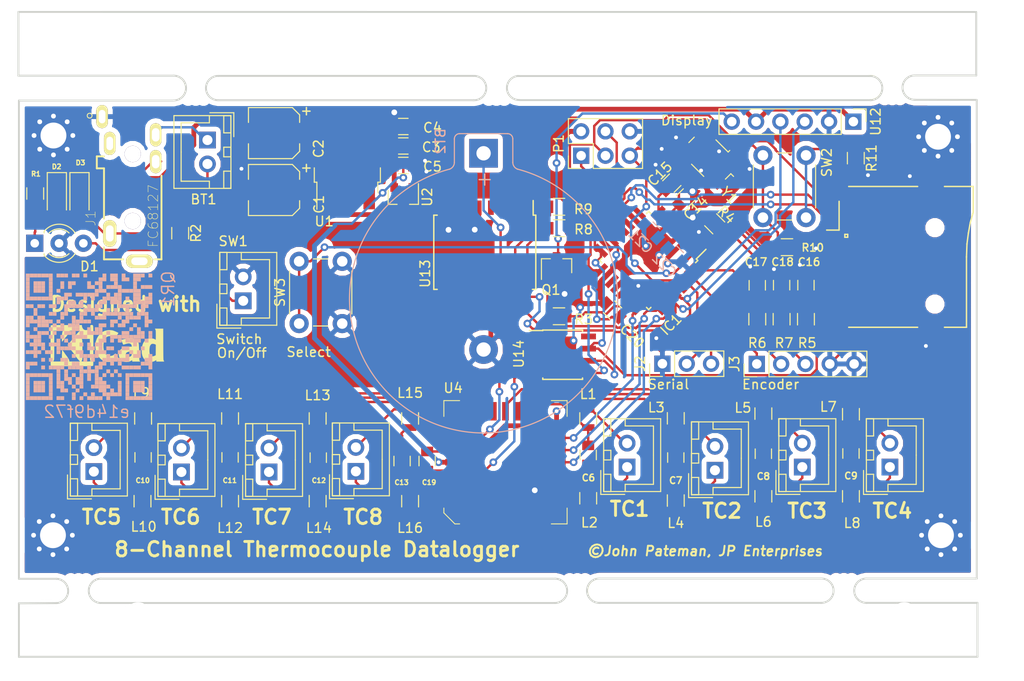
<source format=kicad_pcb>
(kicad_pcb (version 20171130) (host pcbnew "(5.0.1-3-g963ef8bb5)")
  (title_block (title "8-Channel Thermocouple Logger") (date 2017-09-06) (rev fc8d01) (company "JP Enterprises"))
  (layers (0 F.Cu signal) (31 B.Cu power) (34 B.Paste user) (35 F.Paste user) (36 B.SilkS user) (37 F.SilkS user) (38 B.Mask user) (39 F.Mask user) (44 Edge.Cuts user))
  (net 0 "")
  (net 1 "Net-(BT2-Pad1)")
  (net 2 GND)
  (net 3 5V0)
  (net 4 "/Thermocouple connectors/SB1")
  (net 5 "/Thermocouple connectors/SA1")
  (net 6 "/Thermocouple connectors/SA2")
  (net 7 "/Thermocouple connectors/SB2")
  (net 8 "/Thermocouple connectors/SB3")
  (net 9 "/Thermocouple connectors/SA3")
  (net 10 "/Thermocouple connectors/SB4")
  (net 11 "/Thermocouple connectors/SA4")
  (net 12 "/Thermocouple connectors/SB5")
  (net 13 "/Thermocouple connectors/SA5")
  (net 14 "/Thermocouple connectors/SB6")
  (net 15 "/Thermocouple connectors/SA6")
  (net 16 "/Thermocouple connectors/SA7")
  (net 17 "/Thermocouple connectors/SB7")
  (net 18 "/Thermocouple connectors/SA8")
  (net 19 "/Thermocouple connectors/SB8")
  (net 20 3V3)
  (net 21 ENC_SW)
  (net 22 ENC_A)
  (net 23 ENC_B/SW1)
  (net 24 DB_MUX)
  (net 25 DA_MUX)
  (net 26 9V0)
  (net 27 MISO)
  (net 28 SCK)
  (net 29 MOSI)
  (net 30 "Net-(D1-Pad3)")
  (net 31 "Net-(D1-Pad1)")
  (net 32 "Net-(L1-Pad2)")
  (net 33 "Net-(L2-Pad1)")
  (net 34 "Net-(L3-Pad2)")
  (net 35 "Net-(L4-Pad1)")
  (net 36 "Net-(L5-Pad2)")
  (net 37 "Net-(L6-Pad1)")
  (net 38 "Net-(L7-Pad2)")
  (net 39 "Net-(L8-Pad1)")
  (net 40 "Net-(L9-Pad2)")
  (net 41 "Net-(L10-Pad1)")
  (net 42 "Net-(L11-Pad2)")
  (net 43 "Net-(L12-Pad1)")
  (net 44 "Net-(L13-Pad2)")
  (net 45 "Net-(L14-Pad1)")
  (net 46 "Net-(L15-Pad2)")
  (net 47 "Net-(L16-Pad1)")
  (net 48 SCL)
  (net 49 SDA)
  (net 50 "Net-(Q1-Pad3)")
  (net 51 "Net-(D2-Pad2)")
  (net 52 "Net-(D3-Pad2)")
  (net 53 SS0)
  (net 54 Tx)
  (net 55 Rx)
  (net 56 B_LIGHT)
  (net 57 SLCT0)
  (net 58 SLCT1)
  (net 59 SLCT2)
  (net 60 "Net-(BT1-Pad2)")
  (net 61 "Net-(BT1-Pad1)")
  (net 62 "Net-(C14-Pad2)")
  (net 63 "Net-(C15-Pad2)")
  (net 64 RESET)
  (net 65 SS1)
  (net 66 "Net-(J3-Pad3)")
  (net 67 "Net-(J3-Pad2)")
  (net 68 "Net-(J3-Pad1)")
  (net 69 "Net-(R11-Pad1)")
  (net 70 "Net-(CON1-Pad8)")
  (net 71 "Net-(CON1-Pad9)")
  (net 72 "Net-(IC1-Pad22)")
  (net 73 "Net-(IC1-Pad20)")
  (net 74 "Net-(IC1-Pad19)")
  (net 75 "Net-(IC1-Pad13)")
  (net 76 "Net-(IC1-Pad11)")
  (net 77 "Net-(IC1-Pad10)")
  (net 78 "Net-(IC1-Pad9)")
  (net 79 "Net-(J1-Pad5)")
  (net 80 "Net-(J1-Pad6)")
  (net 81 "Net-(Q1-Pad1)")
  (net 82 "Net-(U13-Pad4)")
  (net 83 "Net-(U13-Pad3)")
  (net 84 "Net-(U13-Pad1)")
  (module e14d9f72 (layer B.Cu) (at 74.8919 91.04376)
    (fp_text reference QR1 (at 8.25246 -4.98856 -90) (layer B.SilkS) (effects (font (size 1.27 1.27)) (justify mirror)))
    (fp_text value e14d9f72 (at -0.254 7.8232) (layer B.SilkS) (effects (font (size 1.27 1.27)) (justify mirror)))
  )
  (module CLIFF_FC68127 (layer F.Cu) (at 79.44866 74.9554)
    (fp_text reference J1 (at -4.38941 3.71373 90) (layer F.SilkS) (effects (font (size 1.00101 1.00101) (thickness 0.05))))
    (fp_text value FC68127 (at 2.13868 3.47472 90) (layer F.SilkS) (effects (font (size 1.00105 1.00105) (thickness 0.05))))
    (pad Hole thru_hole circle (at 0 4) (size 1.7 1.7) (drill 1.7) (layers *.Cu *.Mask))
    (pad Hole thru_hole circle (at 0 -3) (size 1.7 1.7) (drill 1.7) (layers *.Cu *.Mask))
    (pad 5 thru_hole oval (at 0.7 8.2 180) (size 2.8 1.4) (drill oval 1.7 0.8) (layers *.Cu *.Mask F.SilkS) (net 79 "Net-(J1-Pad5)"))
    (pad 3 thru_hole oval (at -2.4 5.3 90) (size 2.8 1.4) (drill oval 1.7 0.8) (layers *.Cu *.Mask F.SilkS) (net 52 "Net-(D3-Pad2)"))
    (pad 2 thru_hole oval (at 2.4 -2.2 90) (size 2.416 1.208) (drill oval 1.4 0.8) (layers *.Cu *.Mask F.SilkS) (net 51 "Net-(D2-Pad2)"))
    (pad 6 thru_hole oval (at -2.4 -4.1 90) (size 2.416 1.208) (drill oval 1.4 0.7) (layers *.Cu *.Mask F.SilkS) (net 80 "Net-(J1-Pad6)"))
    (pad 4 thru_hole oval (at 2.4 -5 90) (size 2.416 1.208) (drill oval 1.4 0.8) (layers *.Cu *.Mask F.SilkS) (net 61 "Net-(BT1-Pad1)"))
    (pad 1 thru_hole oval (at -3.2 -6.9 90) (size 2.416 1.208) (drill oval 1.4 0.7) (layers *.Cu *.Mask F.SilkS) (net 2 GND))
  )
  (module Button_Switch_THT:SW_PUSH_6mm_H4.3mm (layer F.Cu) (at 145.24228 78.59776 90)
    (fp_text reference SW2 (at 5.7531 6.6675 90) (layer F.SilkS))
    (fp_text value SW_PUSH)
    (pad 1 thru_hole circle (at 6.5 0 180) (size 2 2) (drill 1.1) (layers *.Cu *.Mask) (net 64 RESET))
    (pad 2 thru_hole circle (at 6.5 4.5 180) (size 2 2) (drill 1.1) (layers *.Cu *.Mask) (net 69 "Net-(R11-Pad1)"))
    (pad 1 thru_hole circle (at 0 0 180) (size 2 2) (drill 1.1) (layers *.Cu *.Mask) (net 64 RESET))
    (pad 2 thru_hole circle (at 0 4.5 180) (size 2 2) (drill 1.1) (layers *.Cu *.Mask) (net 69 "Net-(R11-Pad1)"))
  )
  (module Button_Switch_THT:SW_PUSH_6mm_H4.3mm (layer F.Cu) (at 96.81972 89.662 90)
    (fp_text reference SW3 (at 3.25 -2 90) (layer F.SilkS))
    (fp_text value SW_PUSH)
    (pad 1 thru_hole circle (at 6.5 0 180) (size 2 2) (drill 1.1) (layers *.Cu *.Mask) (net 23 ENC_B/SW1))
    (pad 2 thru_hole circle (at 6.5 4.5 180) (size 2 2) (drill 1.1) (layers *.Cu *.Mask) (net 2 GND))
    (pad 1 thru_hole circle (at 0 0 180) (size 2 2) (drill 1.1) (layers *.Cu *.Mask) (net 23 ENC_B/SW1))
    (pad 2 thru_hole circle (at 0 4.5 180) (size 2 2) (drill 1.1) (layers *.Cu *.Mask) (net 2 GND))
  )
  (module Resistors_SMD:R_0805 (layer F.Cu) (at 123.97232 79.7052 180)
    (fp_text reference R8 (at -2.54 -0.127 180) (layer F.SilkS))
    (fp_text value 4.7k)
    (pad 2 smd rect (at 0.95 0 180) (size 0.7 1.3) (layers F.Cu F.Paste F.Mask) (net 48 SCL))
    (pad 1 smd rect (at -0.95 0 180) (size 0.7 1.3) (layers F.Cu F.Paste F.Mask) (net 20 3V3))
  )
  (module Diodes_SMD:D_SOD-123 (layer F.Cu) (at 71.5264 76.1492 270)
    (fp_text reference D2 (at -2.8702 0.0254) (layer F.SilkS) (effects (font (size 0.5 0.5) (thickness 0.125))))
    (fp_text value 1N4448W-7-F)
    (pad 2 smd rect (at 1.65 0 270) (size 0.9 1.2) (layers F.Cu F.Paste F.Mask) (net 51 "Net-(D2-Pad2)"))
    (pad 1 smd rect (at -1.65 0 270) (size 0.9 1.2) (layers F.Cu F.Paste F.Mask) (net 26 9V0))
  )
  (module Capacitors_SMD:CP_Elec_5x5.3 (layer F.Cu) (at 94.2 69.75 180)
    (fp_text reference C2 (at -4.658 -1.651 270) (layer F.SilkS))
    (fp_text value 100uF)
    (fp_text user + (at -3.38 2.34 180) (layer F.SilkS))
    (pad 2 smd rect (at 2.2 0) (size 3 1.6) (layers F.Cu F.Paste F.Mask) (net 2 GND))
    (pad 1 smd rect (at -2.2 0) (size 3 1.6) (layers F.Cu F.Paste F.Mask) (net 26 9V0))
  )
  (module TO_SOT_Packages_SMD:SOT-23 (layer F.Cu) (at 123.698 83.65236 90)
    (fp_text reference Q1 (at -2.49174 -0.58166 -180) (layer F.SilkS))
    (fp_text value MMBT3904LT1G)
    (pad 3 smd rect (at 1 0 90) (size 0.9 0.8) (layers F.Cu F.Paste F.Mask) (net 50 "Net-(Q1-Pad3)"))
    (pad 2 smd rect (at -1 0.95 90) (size 0.9 0.8) (layers F.Cu F.Paste F.Mask) (net 2 GND))
    (pad 1 smd rect (at -1 -0.95 90) (size 0.9 0.8) (layers F.Cu F.Paste F.Mask) (net 81 "Net-(Q1-Pad1)"))
  )
  (module MountingHole:MountingHole_2.7mm_M2.5_Pad_Via (layer F.Cu) (at 71.1708 70.0278)
    (fp_text reference MK1 hide)
    (fp_text value Mounting_Hole)
    (pad 1 thru_hole circle (at 1.431891 -1.431891) (size 0.8 0.8) (drill 0.5) (layers *.Cu *.Mask) (net 2 GND))
    (pad 1 thru_hole circle (at 0 -2.025) (size 0.8 0.8) (drill 0.5) (layers *.Cu *.Mask) (net 2 GND))
    (pad 1 thru_hole circle (at -1.431891 -1.431891) (size 0.8 0.8) (drill 0.5) (layers *.Cu *.Mask) (net 2 GND))
    (pad 1 thru_hole circle (at -2.025 0) (size 0.8 0.8) (drill 0.5) (layers *.Cu *.Mask) (net 2 GND))
    (pad 1 thru_hole circle (at -1.431891 1.431891) (size 0.8 0.8) (drill 0.5) (layers *.Cu *.Mask) (net 2 GND))
    (pad 1 thru_hole circle (at 0 2.025) (size 0.8 0.8) (drill 0.5) (layers *.Cu *.Mask) (net 2 GND))
    (pad 1 thru_hole circle (at 1.431891 1.431891) (size 0.8 0.8) (drill 0.5) (layers *.Cu *.Mask) (net 2 GND))
    (pad 1 thru_hole circle (at 2.025 0) (size 0.8 0.8) (drill 0.5) (layers *.Cu *.Mask) (net 2 GND))
    (pad 1 thru_hole circle (at 0 0) (size 5.4 5.4) (drill 2.7) (layers *.Cu *.Mask) (net 2 GND))
  )
  (module MountingHole:MountingHole_2.7mm_M2.5_Pad_Via (layer F.Cu) (at 163.5252 70.1548)
    (fp_text reference MK2 hide)
    (fp_text value Mounting_Hole)
    (pad 1 thru_hole circle (at 1.431891 -1.431891) (size 0.8 0.8) (drill 0.5) (layers *.Cu *.Mask) (net 2 GND))
    (pad 1 thru_hole circle (at 0 -2.025) (size 0.8 0.8) (drill 0.5) (layers *.Cu *.Mask) (net 2 GND))
    (pad 1 thru_hole circle (at -1.431891 -1.431891) (size 0.8 0.8) (drill 0.5) (layers *.Cu *.Mask) (net 2 GND))
    (pad 1 thru_hole circle (at -2.025 0) (size 0.8 0.8) (drill 0.5) (layers *.Cu *.Mask) (net 2 GND))
    (pad 1 thru_hole circle (at -1.431891 1.431891) (size 0.8 0.8) (drill 0.5) (layers *.Cu *.Mask) (net 2 GND))
    (pad 1 thru_hole circle (at 0 2.025) (size 0.8 0.8) (drill 0.5) (layers *.Cu *.Mask) (net 2 GND))
    (pad 1 thru_hole circle (at 1.431891 1.431891) (size 0.8 0.8) (drill 0.5) (layers *.Cu *.Mask) (net 2 GND))
    (pad 1 thru_hole circle (at 2.025 0) (size 0.8 0.8) (drill 0.5) (layers *.Cu *.Mask) (net 2 GND))
    (pad 1 thru_hole circle (at 0 0) (size 5.4 5.4) (drill 2.7) (layers *.Cu *.Mask) (net 2 GND))
  )
  (module MountingHole:MountingHole_2.7mm_M2.5_Pad_Via (layer B.Cu) (at 71.12 111.76)
    (fp_text reference MK3 hide)
    (fp_text value Mounting_Hole)
    (pad 1 thru_hole circle (at 1.431891 1.431891) (size 0.8 0.8) (drill 0.5) (layers *.Cu *.Mask) (net 2 GND))
    (pad 1 thru_hole circle (at 0 2.025) (size 0.8 0.8) (drill 0.5) (layers *.Cu *.Mask) (net 2 GND))
    (pad 1 thru_hole circle (at -1.431891 1.431891) (size 0.8 0.8) (drill 0.5) (layers *.Cu *.Mask) (net 2 GND))
    (pad 1 thru_hole circle (at -2.025 0) (size 0.8 0.8) (drill 0.5) (layers *.Cu *.Mask) (net 2 GND))
    (pad 1 thru_hole circle (at -1.431891 -1.431891) (size 0.8 0.8) (drill 0.5) (layers *.Cu *.Mask) (net 2 GND))
    (pad 1 thru_hole circle (at 0 -2.025) (size 0.8 0.8) (drill 0.5) (layers *.Cu *.Mask) (net 2 GND))
    (pad 1 thru_hole circle (at 1.431891 -1.431891) (size 0.8 0.8) (drill 0.5) (layers *.Cu *.Mask) (net 2 GND))
    (pad 1 thru_hole circle (at 2.025 0) (size 0.8 0.8) (drill 0.5) (layers *.Cu *.Mask) (net 2 GND))
    (pad 1 thru_hole circle (at 0 0) (size 5.4 5.4) (drill 2.7) (layers *.Cu *.Mask) (net 2 GND))
  )
  (module MountingHole:MountingHole_2.7mm_M2.5_Pad_Via (layer B.Cu) (at 163.83 111.76)
    (fp_text reference MK4 hide)
    (fp_text value Mounting_Hole)
    (pad 1 thru_hole circle (at 1.431891 1.431891) (size 0.8 0.8) (drill 0.5) (layers *.Cu *.Mask) (net 2 GND))
    (pad 1 thru_hole circle (at 0 2.025) (size 0.8 0.8) (drill 0.5) (layers *.Cu *.Mask) (net 2 GND))
    (pad 1 thru_hole circle (at -1.431891 1.431891) (size 0.8 0.8) (drill 0.5) (layers *.Cu *.Mask) (net 2 GND))
    (pad 1 thru_hole circle (at -2.025 0) (size 0.8 0.8) (drill 0.5) (layers *.Cu *.Mask) (net 2 GND))
    (pad 1 thru_hole circle (at -1.431891 -1.431891) (size 0.8 0.8) (drill 0.5) (layers *.Cu *.Mask) (net 2 GND))
    (pad 1 thru_hole circle (at 0 -2.025) (size 0.8 0.8) (drill 0.5) (layers *.Cu *.Mask) (net 2 GND))
    (pad 1 thru_hole circle (at 1.431891 -1.431891) (size 0.8 0.8) (drill 0.5) (layers *.Cu *.Mask) (net 2 GND))
    (pad 1 thru_hole circle (at 2.025 0) (size 0.8 0.8) (drill 0.5) (layers *.Cu *.Mask) (net 2 GND))
    (pad 1 thru_hole circle (at 0 0) (size 5.4 5.4) (drill 2.7) (layers *.Cu *.Mask) (net 2 GND))
  )
  (module Crystals:Crystal_SMD_Abracon_ABM3B-4pin_5.0x3.2mm (layer F.Cu) (at 139.7 72.39 135)
    (fp_text reference Y1 (at -4.179411 -1.34165 135) (layer F.SilkS))
    (fp_text value Crystal_8MHz)
    (pad 4 smd rect (at -2 -1.200001 135) (size 1.8 1.2) (layers F.Cu F.Paste F.Mask) (net 2 GND))
    (pad 3 smd rect (at 2 -1.200001 135) (size 1.8 1.2) (layers F.Cu F.Paste F.Mask) (net 63 "Net-(C15-Pad2)"))
    (pad 2 smd rect (at 2 1.200001 135) (size 1.8 1.2) (layers F.Cu F.Paste F.Mask) (net 2 GND))
    (pad 1 smd rect (at -2 1.200001 135) (size 1.8 1.2) (layers F.Cu F.Paste F.Mask) (net 62 "Net-(C14-Pad2)"))
  )
  (module Capacitors_SMD:CP_Elec_5x5.3 (layer F.Cu) (at 94.2 75.692 180)
    (fp_text reference C1 (at -4.699 -1.524 270) (layer F.SilkS))
    (fp_text value 100uF)
    (fp_text user + (at -3.38 2.34 180) (layer F.SilkS))
    (pad 1 smd rect (at -2.2 0) (size 3 1.6) (layers F.Cu F.Paste F.Mask) (net 26 9V0))
    (pad 2 smd rect (at 2.2 0) (size 3 1.6) (layers F.Cu F.Paste F.Mask) (net 2 GND))
  )
  (module Connectors_JST:JST_XH_B02B-XH-A_02x2.50mm_Straight (layer F.Cu) (at 87.25 70.5 270)
    (fp_text reference BT1 (at 6.1953 0.40486) (layer F.SilkS))
    (fp_text value Battery)
    (pad 1 thru_hole rect (at 0 0 270) (size 1.75 1.75) (drill 1.05) (layers *.Cu *.Mask) (net 61 "Net-(BT1-Pad1)"))
    (pad 2 thru_hole circle (at 2.5 0 270) (size 1.75 1.75) (drill 1.05) (layers *.Cu *.Mask) (net 60 "Net-(BT1-Pad2)"))
  )
  (module LEDs:LED_D3.0mm-3 (layer F.Cu) (at 69.215 81.28)
    (fp_text reference D1 (at 5.715 2.413) (layer F.SilkS))
    (fp_text value LED_Dual_ACA)
    (pad 3 thru_hole circle (at 5.08 0) (size 1.8 1.8) (drill 0.9) (layers *.Cu *.Mask) (net 30 "Net-(D1-Pad3)"))
    (pad 2 thru_hole circle (at 2.54 0) (size 1.8 1.8) (drill 0.9) (layers *.Cu *.Mask) (net 2 GND))
    (pad 1 thru_hole rect (at 0 0) (size 1.8 1.8) (drill 0.9) (layers *.Cu *.Mask) (net 31 "Net-(D1-Pad1)"))
  )
  (module Mouse_Bites:mouse-bite-2.54mm-slot (layer F.Cu) (at 158.75 65.024)
    (fp_text reference ASSY4 hide)
    (fp_text value mouse-bite-2.54mm-slot hide)
    (pad "" np_thru_hole circle (at 0.8 1.1) (size 0.5 0.5) (drill 0.5) (layers *.Cu *.Mask))
    (pad "" np_thru_hole circle (at -0.8 1.1) (size 0.5 0.5) (drill 0.5) (layers *.Cu *.Mask))
    (pad "" np_thru_hole circle (at -0.8 -1.1) (size 0.5 0.5) (drill 0.5) (layers *.Cu *.Mask))
    (pad "" np_thru_hole circle (at 0.8 -1.1) (size 0.5 0.5) (drill 0.5) (layers *.Cu *.Mask))
    (pad "" np_thru_hole circle (at 0 1.1) (size 0.5 0.5) (drill 0.5) (layers *.Cu *.Mask))
    (pad "" np_thru_hole circle (at 0 -1.1) (size 0.5 0.5) (drill 0.5) (layers *.Cu *.Mask))
  )
  (module Alignment_Fixtures:Alignment_Hole_2.5mm (layer F.Cu) (at 80 60)
    (fp_text reference FD2 hide)
    (fp_text value Alignment_Hole_2.5mm)
    (pad "" np_thru_hole circle (at 0 0) (size 2.5 2.5) (drill 2.5) (layers *.Cu *.Paste *.Mask))
  )
  (module Alignment_Fixtures:Alignment_Hole_2.5mm (layer F.Cu) (at 150 60)
    (fp_text reference FD1 hide)
    (fp_text value Alignment_Hole_2.5mm)
    (pad "" np_thru_hole circle (at 0 0) (size 2.5 2.5) (drill 2.5) (layers *.Cu *.Paste *.Mask))
  )
  (module Alignment_Fixtures:Alignment_Hole_2.5mm (layer F.Cu) (at 80 120)
    (fp_text reference FD3 hide)
    (fp_text value Alignment_Hole_2.5mm)
    (pad "" np_thru_hole circle (at 0 0) (size 2.5 2.5) (drill 2.5) (layers *.Cu *.Paste *.Mask))
  )
  (module Mouse_Bites:mouse-bite-2.54mm-slot (layer F.Cu) (at 153.6955 117.5434)
    (fp_text reference ASSY1)
    (fp_text value mouse-bite-2.54mm-slot hide)
    (pad "" np_thru_hole circle (at 0.8 1.1) (size 0.5 0.5) (drill 0.5) (layers *.Cu *.Mask))
    (pad "" np_thru_hole circle (at -0.8 1.1) (size 0.5 0.5) (drill 0.5) (layers *.Cu *.Mask))
    (pad "" np_thru_hole circle (at -0.8 -1.1) (size 0.5 0.5) (drill 0.5) (layers *.Cu *.Mask))
    (pad "" np_thru_hole circle (at 0.8 -1.1) (size 0.5 0.5) (drill 0.5) (layers *.Cu *.Mask))
    (pad "" np_thru_hole circle (at 0 1.1) (size 0.5 0.5) (drill 0.5) (layers *.Cu *.Mask))
    (pad "" np_thru_hole circle (at 0 -1.1) (size 0.5 0.5) (drill 0.5) (layers *.Cu *.Mask))
  )
  (module Mouse_Bites:mouse-bite-2.54mm-slot (layer F.Cu) (at 73.787 117.5639)
    (fp_text reference ASSY3 hide)
    (fp_text value mouse-bite-2.54mm-slot hide)
    (pad "" np_thru_hole circle (at 0.8 1.1) (size 0.5 0.5) (drill 0.5) (layers *.Cu *.Mask))
    (pad "" np_thru_hole circle (at -0.8 1.1) (size 0.5 0.5) (drill 0.5) (layers *.Cu *.Mask))
    (pad "" np_thru_hole circle (at -0.8 -1.1) (size 0.5 0.5) (drill 0.5) (layers *.Cu *.Mask))
    (pad "" np_thru_hole circle (at 0.8 -1.1) (size 0.5 0.5) (drill 0.5) (layers *.Cu *.Mask))
    (pad "" np_thru_hole circle (at 0 1.1) (size 0.5 0.5) (drill 0.5) (layers *.Cu *.Mask))
    (pad "" np_thru_hole circle (at 0 -1.1) (size 0.5 0.5) (drill 0.5) (layers *.Cu *.Mask))
  )
  (module Mouse_Bites:mouse-bite-2.54mm-slot (layer F.Cu) (at 125.8697 117.5639)
    (fp_text reference ASSY2)
    (fp_text value mouse-bite-2.54mm-slot hide)
    (pad "" np_thru_hole circle (at 0.8 1.1) (size 0.5 0.5) (drill 0.5) (layers *.Cu *.Mask))
    (pad "" np_thru_hole circle (at -0.8 1.1) (size 0.5 0.5) (drill 0.5) (layers *.Cu *.Mask))
    (pad "" np_thru_hole circle (at -0.8 -1.1) (size 0.5 0.5) (drill 0.5) (layers *.Cu *.Mask))
    (pad "" np_thru_hole circle (at 0.8 -1.1) (size 0.5 0.5) (drill 0.5) (layers *.Cu *.Mask))
    (pad "" np_thru_hole circle (at 0 1.1) (size 0.5 0.5) (drill 0.5) (layers *.Cu *.Mask))
    (pad "" np_thru_hole circle (at 0 -1.1) (size 0.5 0.5) (drill 0.5) (layers *.Cu *.Mask))
  )
  (module Mouse_Bites:mouse-bite-2.54mm-slot (layer F.Cu) (at 86.0298 65.0748)
    (fp_text reference ASSY6 hide)
    (fp_text value mouse-bite-2.54mm-slot hide)
    (pad "" np_thru_hole circle (at 0.8 1.1) (size 0.5 0.5) (drill 0.5) (layers *.Cu *.Mask))
    (pad "" np_thru_hole circle (at -0.8 1.1) (size 0.5 0.5) (drill 0.5) (layers *.Cu *.Mask))
    (pad "" np_thru_hole circle (at -0.8 -1.1) (size 0.5 0.5) (drill 0.5) (layers *.Cu *.Mask))
    (pad "" np_thru_hole circle (at 0.8 -1.1) (size 0.5 0.5) (drill 0.5) (layers *.Cu *.Mask))
    (pad "" np_thru_hole circle (at 0 1.1) (size 0.5 0.5) (drill 0.5) (layers *.Cu *.Mask))
    (pad "" np_thru_hole circle (at 0 -1.1) (size 0.5 0.5) (drill 0.5) (layers *.Cu *.Mask))
  )
  (module Mouse_Bites:mouse-bite-2.54mm-slot (layer F.Cu) (at 117.4242 65.0748)
    (fp_text reference ASSY5 hide)
    (fp_text value mouse-bite-2.54mm-slot hide)
    (pad "" np_thru_hole circle (at 0.8 1.1) (size 0.5 0.5) (drill 0.5) (layers *.Cu *.Mask))
    (pad "" np_thru_hole circle (at -0.8 1.1) (size 0.5 0.5) (drill 0.5) (layers *.Cu *.Mask))
    (pad "" np_thru_hole circle (at -0.8 -1.1) (size 0.5 0.5) (drill 0.5) (layers *.Cu *.Mask))
    (pad "" np_thru_hole circle (at 0.8 -1.1) (size 0.5 0.5) (drill 0.5) (layers *.Cu *.Mask))
    (pad "" np_thru_hole circle (at 0 1.1) (size 0.5 0.5) (drill 0.5) (layers *.Cu *.Mask))
    (pad "" np_thru_hole circle (at 0 -1.1) (size 0.5 0.5) (drill 0.5) (layers *.Cu *.Mask))
  )
  (module Alignment_Fixtures:Alignment_Hole_2.5mm (layer F.Cu) (at 160 120)
    (fp_text reference FD4 hide)
    (fp_text value Alignment_Hole_2.5mm)
    (pad "" np_thru_hole circle (at 0 0) (size 2.5 2.5) (drill 2.5) (layers *.Cu *.Paste *.Mask))
  )
  (module Symbols:Symbol_KiCAD-Logo_CopperAndSilkScreenTop (layer F.Cu) (at 76.7842 91.7702)
    (fp_text reference REF** hide)
    (fp_text value "KiCAD Logo" hide)
  )
  (module Housings_QFP:TQFP-32_7x7mm_Pitch0.8mm (layer F.Cu) (at 133.316973 83.076363 225)
    (fp_text reference IC1 (at 3.083403 -6.377371 225) (layer F.SilkS))
    (fp_text value ATMEGA328-P)
    (pad 32 smd rect (at -2.8 -4.25 315) (size 1.6 0.55) (layers F.Cu F.Paste F.Mask) (net 22 ENC_A))
    (pad 31 smd rect (at -2 -4.25 315) (size 1.6 0.55) (layers F.Cu F.Paste F.Mask) (net 54 Tx))
    (pad 30 smd rect (at -1.2 -4.25 315) (size 1.6 0.55) (layers F.Cu F.Paste F.Mask) (net 55 Rx))
    (pad 29 smd rect (at -0.4 -4.25 315) (size 1.6 0.55) (layers F.Cu F.Paste F.Mask) (net 64 RESET))
    (pad 28 smd rect (at 0.4 -4.25 315) (size 1.6 0.55) (layers F.Cu F.Paste F.Mask) (net 48 SCL))
    (pad 27 smd rect (at 1.2 -4.25 315) (size 1.6 0.55) (layers F.Cu F.Paste F.Mask) (net 49 SDA))
    (pad 26 smd rect (at 2 -4.25 315) (size 1.6 0.55) (layers F.Cu F.Paste F.Mask) (net 59 SLCT2))
    (pad 25 smd rect (at 2.8 -4.25 315) (size 1.6 0.55) (layers F.Cu F.Paste F.Mask) (net 58 SLCT1))
    (pad 24 smd rect (at 4.25 -2.8 225) (size 1.6 0.55) (layers F.Cu F.Paste F.Mask) (net 57 SLCT0))
    (pad 23 smd rect (at 4.25 -2 225) (size 1.6 0.55) (layers F.Cu F.Paste F.Mask) (net 56 B_LIGHT))
    (pad 22 smd rect (at 4.25 -1.2 225) (size 1.6 0.55) (layers F.Cu F.Paste F.Mask) (net 72 "Net-(IC1-Pad22)"))
    (pad 21 smd rect (at 4.25 -0.4 225) (size 1.6 0.55) (layers F.Cu F.Paste F.Mask) (net 2 GND))
    (pad 20 smd rect (at 4.25 0.4 225) (size 1.6 0.55) (layers F.Cu F.Paste F.Mask) (net 73 "Net-(IC1-Pad20)"))
    (pad 19 smd rect (at 4.25 1.2 225) (size 1.6 0.55) (layers F.Cu F.Paste F.Mask) (net 74 "Net-(IC1-Pad19)"))
    (pad 18 smd rect (at 4.25 2 225) (size 1.6 0.55) (layers F.Cu F.Paste F.Mask) (net 20 3V3))
    (pad 17 smd rect (at 4.25 2.8 225) (size 1.6 0.55) (layers F.Cu F.Paste F.Mask) (net 28 SCK))
    (pad 16 smd rect (at 2.8 4.25 315) (size 1.6 0.55) (layers F.Cu F.Paste F.Mask) (net 27 MISO))
    (pad 15 smd rect (at 2 4.25 315) (size 1.6 0.55) (layers F.Cu F.Paste F.Mask) (net 29 MOSI))
    (pad 14 smd rect (at 1.2 4.25 315) (size 1.6 0.55) (layers F.Cu F.Paste F.Mask) (net 65 SS1))
    (pad 13 smd rect (at 0.4 4.25 315) (size 1.6 0.55) (layers F.Cu F.Paste F.Mask) (net 75 "Net-(IC1-Pad13)"))
    (pad 12 smd rect (at -0.4 4.25 315) (size 1.6 0.55) (layers F.Cu F.Paste F.Mask) (net 53 SS0))
    (pad 11 smd rect (at -1.2 4.25 315) (size 1.6 0.55) (layers F.Cu F.Paste F.Mask) (net 76 "Net-(IC1-Pad11)"))
    (pad 10 smd rect (at -2 4.25 315) (size 1.6 0.55) (layers F.Cu F.Paste F.Mask) (net 77 "Net-(IC1-Pad10)"))
    (pad 9 smd rect (at -2.8 4.25 315) (size 1.6 0.55) (layers F.Cu F.Paste F.Mask) (net 78 "Net-(IC1-Pad9)"))
    (pad 8 smd rect (at -4.25 2.8 225) (size 1.6 0.55) (layers F.Cu F.Paste F.Mask) (net 63 "Net-(C15-Pad2)"))
    (pad 7 smd rect (at -4.25 2 225) (size 1.6 0.55) (layers F.Cu F.Paste F.Mask) (net 62 "Net-(C14-Pad2)"))
    (pad 6 smd rect (at -4.25 1.2 225) (size 1.6 0.55) (layers F.Cu F.Paste F.Mask) (net 20 3V3))
    (pad 5 smd rect (at -4.25 0.4 225) (size 1.6 0.55) (layers F.Cu F.Paste F.Mask) (net 2 GND))
    (pad 4 smd rect (at -4.25 -0.4 225) (size 1.6 0.55) (layers F.Cu F.Paste F.Mask) (net 20 3V3))
    (pad 3 smd rect (at -4.25 -1.2 225) (size 1.6 0.55) (layers F.Cu F.Paste F.Mask) (net 2 GND))
    (pad 2 smd rect (at -4.25 -2 225) (size 1.6 0.55) (layers F.Cu F.Paste F.Mask) (net 21 ENC_SW))
    (pad 1 smd rect (at -4.25 -2.8 225) (size 1.6 0.55) (layers F.Cu F.Paste F.Mask) (net 23 ENC_B/SW1))
  )
  (module jp_personal:Conn_uSDcard (layer F.Cu) (at 163.195 82.7 90)
    (fp_text reference CON1)
    (fp_text value SD_Card)
    (pad 3 smd rect (at 0 -10.5 90) (size 0.7 1.6) (layers F.Cu F.Paste F.Mask) (net 2 GND))
    (pad "" np_thru_hole circle (at -4.93 0 90) (size 1 1) (drill 1) (layers *.Cu))
    (pad "" np_thru_hole circle (at 3.05 0 90) (size 1 1) (drill 1) (layers *.Cu))
    (pad 2 smd rect (at 1.1 -10.5 90) (size 0.7 1.6) (layers F.Cu F.Paste F.Mask) (net 29 MOSI))
    (pad 1 smd rect (at 2.2 -10.5 90) (size 0.7 1.6) (layers F.Cu F.Paste F.Mask) (net 53 SS0))
    (pad 4 smd rect (at -1.1 -10.5 90) (size 0.7 1.6) (layers F.Cu F.Paste F.Mask) (net 20 3V3))
    (pad 5 smd rect (at -2.2 -10.5 90) (size 0.7 1.6) (layers F.Cu F.Paste F.Mask) (net 28 SCK))
    (pad 6 smd rect (at -3.3 -10.5 90) (size 0.7 1.6) (layers F.Cu F.Paste F.Mask) (net 2 GND))
    (pad 8 smd rect (at -5.5 -10.5 90) (size 0.7 1.6) (layers F.Cu F.Paste F.Mask) (net 70 "Net-(CON1-Pad8)"))
    (pad 7 smd rect (at -4.4 -10.5 90) (size 0.7 1.6) (layers F.Cu F.Paste F.Mask) (net 27 MISO))
    (pad 9 smd rect (at -6.6 -10.5 90) (size 0.7 1.6) (layers F.Cu F.Paste F.Mask) (net 71 "Net-(CON1-Pad9)"))
    (pad 6 smd rect (at -7.75 -10 90) (size 1.2 1.4) (layers F.Cu F.Paste F.Mask) (net 2 GND))
    (pad 6 smd rect (at 6.85 -10 90) (size 1.6 1.4) (layers F.Cu F.Paste F.Mask) (net 2 GND))
    (pad 6 smd rect (at -7.75 -0.4 90) (size 1.2 2.2) (layers F.Cu F.Paste F.Mask) (net 2 GND))
    (pad 6 smd rect (at 7.75 -0.4 90) (size 1.2 2.2) (layers F.Cu F.Paste F.Mask) (net 2 GND))
  )
  (module Connectors_JST:JST_XH_B02B-XH-A_02x2.50mm_Straight (layer F.Cu) (at 90.9828 87.2852 90)
    (fp_text reference SW1 (at 6.223 -1.0414 180) (layer F.SilkS))
    (fp_text value SW_SPST)
    (pad 2 thru_hole circle (at 2.5 0 90) (size 1.75 1.75) (drill 1.05) (layers *.Cu *.Mask) (net 2 GND))
    (pad 1 thru_hole rect (at 0 0 90) (size 1.75 1.75) (drill 1.05) (layers *.Cu *.Mask) (net 60 "Net-(BT1-Pad2)"))
  )
  (module Pin_Headers:Pin_Header_Straight_2x03_Pitch2.54mm (layer F.Cu) (at 126.2634 72.136 90)
    (fp_text reference P1 (at 1.27 -2.33 90) (layer F.SilkS))
    (fp_text value CONN_02X03)
    (pad 6 thru_hole oval (at 2.54 5.08 90) (size 1.7 1.7) (drill 1) (layers *.Cu *.Mask) (net 2 GND))
    (pad 5 thru_hole oval (at 0 5.08 90) (size 1.7 1.7) (drill 1) (layers *.Cu *.Mask) (net 64 RESET))
    (pad 4 thru_hole oval (at 2.54 2.54 90) (size 1.7 1.7) (drill 1) (layers *.Cu *.Mask) (net 29 MOSI))
    (pad 3 thru_hole oval (at 0 2.54 90) (size 1.7 1.7) (drill 1) (layers *.Cu *.Mask) (net 28 SCK))
    (pad 2 thru_hole oval (at 2.54 0 90) (size 1.7 1.7) (drill 1) (layers *.Cu *.Mask) (net 20 3V3))
    (pad 1 thru_hole rect (at 0 0 90) (size 1.7 1.7) (drill 1) (layers *.Cu *.Mask) (net 27 MISO))
  )
  (module Battery_Holders:Keystone_106_1x20mm-CoinCell (layer B.Cu) (at 116.078 71.882 270)
    (fp_text reference BT2 (at -1.25 4.5 270) (layer B.SilkS) (effects (justify mirror)))
    (fp_text value "3V [CR2032]")
    (fp_text user + (at 2.75 0 270) (layer B.SilkS) (effects (font (size 1.5 1.5)) (justify mirror)))
    (pad 1 thru_hole rect (at 0 0 270) (size 3 3) (drill 1.5) (layers *.Cu *.Mask) (net 1 "Net-(BT2-Pad1)"))
    (pad 2 thru_hole circle (at 20.49 0 270) (size 3 3) (drill 1.5) (layers *.Cu *.Mask) (net 2 GND))
  )
  (module Capacitors_SMD:C_0805 (layer F.Cu) (at 137.177773 76.548563 225)
    (fp_text reference C14 (at 0 -1.5 225) (layer F.SilkS))
    (fp_text value 10nF)
    (pad 1 smd rect (at -1 0 225) (size 1 1.25) (layers F.Cu F.Paste F.Mask) (net 2 GND))
    (pad 2 smd rect (at 1 0 225) (size 1 1.25) (layers F.Cu F.Paste F.Mask) (net 62 "Net-(C14-Pad2)"))
  )
  (module Capacitors_SMD:C_0805 (layer F.Cu) (at 135.729973 74.999163 225)
    (fp_text reference C15 (at 0.197148 1.552196 225) (layer F.SilkS))
    (fp_text value 10nF)
    (pad 2 smd rect (at 1 0 225) (size 1 1.25) (layers F.Cu F.Paste F.Mask) (net 63 "Net-(C15-Pad2)"))
    (pad 1 smd rect (at -1 0 225) (size 1 1.25) (layers F.Cu F.Paste F.Mask) (net 2 GND))
  )
  (module Housings_SOIC:SOIC-16W_7.5x10.3mm_Pitch1.27mm (layer F.Cu) (at 116.205 82.218 270)
    (fp_text reference U13 (at 2.237 6.223 270) (layer F.SilkS))
    (fp_text value DS3231)
    (pad 16 smd rect (at 4.65 -4.445 270) (size 1.5 0.6) (layers F.Cu F.Paste F.Mask) (net 48 SCL))
    (pad 15 smd rect (at 4.65 -3.175 270) (size 1.5 0.6) (layers F.Cu F.Paste F.Mask) (net 49 SDA))
    (pad 14 smd rect (at 4.65 -1.905 270) (size 1.5 0.6) (layers F.Cu F.Paste F.Mask) (net 1 "Net-(BT2-Pad1)"))
    (pad 13 smd rect (at 4.65 -0.635 270) (size 1.5 0.6) (layers F.Cu F.Paste F.Mask) (net 2 GND))
    (pad 12 smd rect (at 4.65 0.635 270) (size 1.5 0.6) (layers F.Cu F.Paste F.Mask) (net 2 GND))
    (pad 11 smd rect (at 4.65 1.905 270) (size 1.5 0.6) (layers F.Cu F.Paste F.Mask) (net 2 GND))
    (pad 10 smd rect (at 4.65 3.175 270) (size 1.5 0.6) (layers F.Cu F.Paste F.Mask) (net 2 GND))
    (pad 9 smd rect (at 4.65 4.445 270) (size 1.5 0.6) (layers F.Cu F.Paste F.Mask) (net 2 GND))
    (pad 8 smd rect (at -4.65 4.445 270) (size 1.5 0.6) (layers F.Cu F.Paste F.Mask) (net 2 GND))
    (pad 7 smd rect (at -4.65 3.175 270) (size 1.5 0.6) (layers F.Cu F.Paste F.Mask) (net 2 GND))
    (pad 6 smd rect (at -4.65 1.905 270) (size 1.5 0.6) (layers F.Cu F.Paste F.Mask) (net 2 GND))
    (pad 5 smd rect (at -4.65 0.635 270) (size 1.5 0.6) (layers F.Cu F.Paste F.Mask) (net 2 GND))
    (pad 4 smd rect (at -4.65 -0.635 270) (size 1.5 0.6) (layers F.Cu F.Paste F.Mask) (net 82 "Net-(U13-Pad4)"))
    (pad 3 smd rect (at -4.65 -1.905 270) (size 1.5 0.6) (layers F.Cu F.Paste F.Mask) (net 83 "Net-(U13-Pad3)"))
    (pad 2 smd rect (at -4.65 -3.175 270) (size 1.5 0.6) (layers F.Cu F.Paste F.Mask) (net 20 3V3))
    (pad 1 smd rect (at -4.65 -4.445 270) (size 1.5 0.6) (layers F.Cu F.Paste F.Mask) (net 84 "Net-(U13-Pad1)"))
  )
  (module Capacitors_SMD:C_0805 (layer F.Cu) (at 149.733 85.6488 90)
    (fp_text reference C16 (at 2.413 0.3302 180) (layer F.SilkS) (effects (font (size 0.8 0.8))))
    (fp_text value 100nF)
    (pad 2 smd rect (at 1 0 90) (size 1 1.25) (layers F.Cu F.Paste F.Mask) (net 2 GND))
    (pad 1 smd rect (at -1 0 90) (size 1 1.25) (layers F.Cu F.Paste F.Mask) (net 21 ENC_SW))
  )
  (module Capacitors_SMD:C_0805 (layer F.Cu) (at 144.653 85.6648 90)
    (fp_text reference C17 (at 2.429 -0.127 180) (layer F.SilkS) (effects (font (size 0.8 0.8))))
    (fp_text value 100nF)
    (pad 1 smd rect (at -1 0 90) (size 1 1.25) (layers F.Cu F.Paste F.Mask) (net 22 ENC_A))
    (pad 2 smd rect (at 1 0 90) (size 1 1.25) (layers F.Cu F.Paste F.Mask) (net 2 GND))
  )
  (module Resistors_SMD:R_0805 (layer F.Cu) (at 149.733 89.2048 90)
    (fp_text reference R5 (at -2.4892 0.127 180) (layer F.SilkS))
    (fp_text value 22k)
    (pad 2 smd rect (at 0.95 0 90) (size 0.7 1.3) (layers F.Cu F.Paste F.Mask) (net 21 ENC_SW))
    (pad 1 smd rect (at -0.95 0 90) (size 0.7 1.3) (layers F.Cu F.Paste F.Mask) (net 68 "Net-(J3-Pad1)"))
  )
  (module Resistors_SMD:R_0805 (layer F.Cu) (at 144.653 89.2048 90)
    (fp_text reference R6 (at -2.4892 0 180) (layer F.SilkS))
    (fp_text value 22k)
    (pad 1 smd rect (at -0.95 0 90) (size 0.7 1.3) (layers F.Cu F.Paste F.Mask) (net 67 "Net-(J3-Pad2)"))
    (pad 2 smd rect (at 0.95 0 90) (size 0.7 1.3) (layers F.Cu F.Paste F.Mask) (net 22 ENC_A))
  )
  (module Resistors_SMD:R_0805 (layer F.Cu) (at 147.193 89.2048 90)
    (fp_text reference R7 (at -2.4892 0.254 180) (layer F.SilkS))
    (fp_text value 22k)
    (pad 1 smd rect (at -0.95 0 90) (size 0.7 1.3) (layers F.Cu F.Paste F.Mask) (net 66 "Net-(J3-Pad3)"))
    (pad 2 smd rect (at 0.95 0 90) (size 0.7 1.3) (layers F.Cu F.Paste F.Mask) (net 23 ENC_B/SW1))
  )
  (module Capacitors_SMD:C_0805 (layer F.Cu) (at 147.193 85.6488 90)
    (fp_text reference C18 (at 2.413 0.1016 180) (layer F.SilkS) (effects (font (size 0.8 0.8))))
    (fp_text value 100nF)
    (pad 2 smd rect (at 1 0 90) (size 1 1.25) (layers F.Cu F.Paste F.Mask) (net 2 GND))
    (pad 1 smd rect (at -1 0 90) (size 1 1.25) (layers F.Cu F.Paste F.Mask) (net 23 ENC_B/SW1))
  )
  (module Pin_Headers:Pin_Header_Straight_1x05_Pitch2.54mm (layer F.Cu) (at 144.6022 93.8784 90)
    (fp_text reference J3 (at 0 -2.33 90) (layer F.SilkS))
    (fp_text value CONN_01X05)
    (pad 5 thru_hole oval (at 0 10.16 90) (size 1.7 1.7) (drill 1) (layers *.Cu *.Mask) (net 2 GND))
    (pad 4 thru_hole oval (at 0 7.62 90) (size 1.7 1.7) (drill 1) (layers *.Cu *.Mask) (net 2 GND))
    (pad 3 thru_hole oval (at 0 5.08 90) (size 1.7 1.7) (drill 1) (layers *.Cu *.Mask) (net 66 "Net-(J3-Pad3)"))
    (pad 2 thru_hole oval (at 0 2.54 90) (size 1.7 1.7) (drill 1) (layers *.Cu *.Mask) (net 67 "Net-(J3-Pad2)"))
    (pad 1 thru_hole rect (at 0 0 90) (size 1.7 1.7) (drill 1) (layers *.Cu *.Mask) (net 68 "Net-(J3-Pad1)"))
  )
  (module Inductors_SMD:L_0805 (layer F.Cu) (at 127 107.8992 90)
    (fp_text reference L2 (at -2.54 0.127 180) (layer F.SilkS))
    (fp_text value Ferrite_Bead_Small)
    (pad 2 smd rect (at 0.95 0 90) (size 0.7 1.3) (layers F.Cu F.Paste F.Mask) (net 4 "/Thermocouple connectors/SB1"))
    (pad 1 smd rect (at -0.95 0 90) (size 0.7 1.3) (layers F.Cu F.Paste F.Mask) (net 33 "Net-(L2-Pad1)"))
  )
  (module Inductors_SMD:L_0805 (layer F.Cu) (at 98.7552 108.204 90)
    (fp_text reference L14 (at -2.794 0.127 180) (layer F.SilkS))
    (fp_text value Ferrite_Bead_Small)
    (pad 1 smd rect (at -0.95 0 90) (size 0.7 1.3) (layers F.Cu F.Paste F.Mask) (net 45 "Net-(L14-Pad1)"))
    (pad 2 smd rect (at 0.95 0 90) (size 0.7 1.3) (layers F.Cu F.Paste F.Mask) (net 17 "/Thermocouple connectors/SB7"))
  )
  (module Connectors_JST:JST_XH_B02B-XH-A_02x2.50mm_Straight (layer F.Cu) (at 140.2334 104.9782 90)
    (fp_text reference U5 hide)
    (fp_text value TC_Connector)
    (pad 1 thru_hole rect (at 0 0 90) (size 1.75 1.75) (drill 1.05) (layers *.Cu *.Mask) (net 35 "Net-(L4-Pad1)"))
    (pad 2 thru_hole circle (at 2.5 0 90) (size 1.75 1.75) (drill 1.05) (layers *.Cu *.Mask) (net 34 "Net-(L3-Pad2)"))
  )
  (module Housings_LCC:PLCC-28 (layer F.Cu) (at 118.364 104.14 90)
    (fp_text reference U4 (at 7.747 -5.461 180) (layer F.SilkS))
    (fp_text value ADG407BPZ)
    (pad 25 smd rect (at 5.3225 -3.81 90) (size 1.925 0.7) (layers F.Cu F.Paste F.Mask) (net 16 "/Thermocouple connectors/SA7"))
    (pad 24 smd rect (at 5.3225 -2.54 90) (size 1.925 0.7) (layers F.Cu F.Paste F.Mask) (net 15 "/Thermocouple connectors/SA6"))
    (pad 23 smd rect (at 5.3225 -1.27 90) (size 1.925 0.7) (layers F.Cu F.Paste F.Mask) (net 13 "/Thermocouple connectors/SA5"))
    (pad 22 smd rect (at 5.3225 0 90) (size 1.925 0.7) (layers F.Cu F.Paste F.Mask) (net 11 "/Thermocouple connectors/SA4"))
    (pad 21 smd rect (at 5.3225 1.27 90) (size 1.925 0.7) (layers F.Cu F.Paste F.Mask) (net 9 "/Thermocouple connectors/SA3"))
    (pad 20 smd rect (at 5.3225 2.54 90) (size 1.925 0.7) (layers F.Cu F.Paste F.Mask) (net 6 "/Thermocouple connectors/SA2"))
    (pad 19 smd rect (at 5.3225 3.81 90) (size 1.925 0.7) (layers F.Cu F.Paste F.Mask) (net 5 "/Thermocouple connectors/SA1"))
    (pad 18 smd rect (at 3.81 5.3225 90) (size 0.7 1.925) (layers F.Cu F.Paste F.Mask) (net 3 5V0))
    (pad 17 smd rect (at 2.54 5.3225 90) (size 0.7 1.925) (layers F.Cu F.Paste F.Mask) (net 57 SLCT0))
    (pad 16 smd rect (at 1.27 5.3225 90) (size 0.7 1.925) (layers F.Cu F.Paste F.Mask) (net 58 SLCT1))
    (pad 15 smd rect (at 0 5.3225 90) (size 0.7 1.925) (layers F.Cu F.Paste F.Mask) (net 59 SLCT2))
    (pad 14 smd rect (at -1.27 5.3225 90) (size 0.7 1.925) (layers F.Cu F.Paste F.Mask))
    (pad 13 smd rect (at -2.54 5.3225 90) (size 0.7 1.925) (layers F.Cu F.Paste F.Mask))
    (pad 12 smd rect (at -3.81 5.3225 90) (size 0.7 1.925) (layers F.Cu F.Paste F.Mask) (net 2 GND))
    (pad 11 smd rect (at -5.3225 3.81 90) (size 1.925 0.7) (layers F.Cu F.Paste F.Mask) (net 4 "/Thermocouple connectors/SB1"))
    (pad 10 smd rect (at -5.3225 2.54 90) (size 1.925 0.7) (layers F.Cu F.Paste F.Mask) (net 7 "/Thermocouple connectors/SB2"))
    (pad 9 smd rect (at -5.3225 1.27 90) (size 1.925 0.7) (layers F.Cu F.Paste F.Mask) (net 8 "/Thermocouple connectors/SB3"))
    (pad 8 smd rect (at -5.3225 0 90) (size 1.925 0.7) (layers F.Cu F.Paste F.Mask) (net 10 "/Thermocouple connectors/SB4"))
    (pad 7 smd rect (at -5.3225 -1.27 90) (size 1.925 0.7) (layers F.Cu F.Paste F.Mask) (net 12 "/Thermocouple connectors/SB5"))
    (pad 6 smd rect (at -5.3225 -2.54 90) (size 1.925 0.7) (layers F.Cu F.Paste F.Mask) (net 14 "/Thermocouple connectors/SB6"))
    (pad 5 smd rect (at -5.3225 -3.81 90) (size 1.925 0.7) (layers F.Cu F.Paste F.Mask) (net 17 "/Thermocouple connectors/SB7"))
    (pad 26 smd rect (at 3.81 -5.3225 90) (size 0.7 1.925) (layers F.Cu F.Paste F.Mask) (net 18 "/Thermocouple connectors/SA8"))
    (pad 27 smd rect (at 2.54 -5.3225 90) (size 0.7 1.925) (layers F.Cu F.Paste F.Mask))
    (pad 28 smd rect (at 1.27 -5.3225 90) (size 0.7 1.925) (layers F.Cu F.Paste F.Mask) (net 25 DA_MUX))
    (pad 4 smd rect (at -3.81 -5.3225 90) (size 0.7 1.925) (layers F.Cu F.Paste F.Mask) (net 19 "/Thermocouple connectors/SB8"))
    (pad 3 smd rect (at -2.54 -5.3225 90) (size 0.7 1.925) (layers F.Cu F.Paste F.Mask))
    (pad 2 smd rect (at -1.27 -5.3225 90) (size 0.7 1.925) (layers F.Cu F.Paste F.Mask) (net 24 DB_MUX))
    (pad 1 smd rect (at 0 -5.3225 90) (size 0.7 1.925) (layers F.Cu F.Paste F.Mask) (net 3 5V0))
  )
  (module Inductors_SMD:L_0805 (layer F.Cu) (at 136.144 99.552 90)
    (fp_text reference L3 (at 1.127 -2.032 180) (layer F.SilkS))
    (fp_text value Ferrite_Bead_Small)
    (pad 1 smd rect (at -0.95 0 90) (size 0.7 1.3) (layers F.Cu F.Paste F.Mask) (net 6 "/Thermocouple connectors/SA2"))
    (pad 2 smd rect (at 0.95 0 90) (size 0.7 1.3) (layers F.Cu F.Paste F.Mask) (net 34 "Net-(L3-Pad2)"))
  )
  (module Capacitors_SMD:C_0805 (layer F.Cu) (at 107.696 71.12 180)
    (fp_text reference C3 (at -2.921 -0.127 180) (layer F.SilkS))
    (fp_text value 100nF)
    (pad 2 smd rect (at 1 0 180) (size 1 1.25) (layers F.Cu F.Paste F.Mask) (net 2 GND))
    (pad 1 smd rect (at -1 0 180) (size 1 1.25) (layers F.Cu F.Paste F.Mask) (net 3 5V0))
  )
  (module Capacitors_SMD:C_0805 (layer F.Cu) (at 107.696 69.088 180)
    (fp_text reference C4 (at -3.048 -0.127 180) (layer F.SilkS))
    (fp_text value 10uF)
    (pad 1 smd rect (at -1 0 180) (size 1 1.25) (layers F.Cu F.Paste F.Mask) (net 3 5V0))
    (pad 2 smd rect (at 1 0 180) (size 1 1.25) (layers F.Cu F.Paste F.Mask) (net 2 GND))
  )
  (module Capacitors_SMD:C_0805 (layer F.Cu) (at 107.696 73.152)
    (fp_text reference C5 (at 3.048 0.127) (layer F.SilkS))
    (fp_text value 1uF)
    (pad 2 smd rect (at 1 0) (size 1 1.25) (layers F.Cu F.Paste F.Mask) (net 2 GND))
    (pad 1 smd rect (at -1 0) (size 1 1.25) (layers F.Cu F.Paste F.Mask) (net 20 3V3))
  )
  (module Capacitors_SMD:C_0805 (layer F.Cu) (at 127 103.378 270)
    (fp_text reference C6 (at 2.3876 -0.0254 180) (layer F.SilkS) (effects (font (size 0.7 0.7))))
    (fp_text value 10nF)
    (pad 2 smd rect (at 1 0 270) (size 1 1.25) (layers F.Cu F.Paste F.Mask) (net 4 "/Thermocouple connectors/SB1"))
    (pad 1 smd rect (at -1 0 270) (size 1 1.25) (layers F.Cu F.Paste F.Mask) (net 5 "/Thermocouple connectors/SA1"))
  )
  (module Capacitors_SMD:C_0805 (layer F.Cu) (at 136.144 103.648 270)
    (fp_text reference C7 (at 2.397 0 180) (layer F.SilkS) (effects (font (size 0.7 0.7))))
    (fp_text value 10nF)
    (pad 2 smd rect (at 1 0 270) (size 1 1.25) (layers F.Cu F.Paste F.Mask) (net 7 "/Thermocouple connectors/SB2"))
    (pad 1 smd rect (at -1 0 270) (size 1 1.25) (layers F.Cu F.Paste F.Mask) (net 6 "/Thermocouple connectors/SA2"))
  )
  (module Capacitors_SMD:C_0805 (layer F.Cu) (at 145.288 103.251 270)
    (fp_text reference C8 (at 2.3622 0 180) (layer F.SilkS) (effects (font (size 0.7 0.7))))
    (fp_text value 10nF)
    (pad 2 smd rect (at 1 0 270) (size 1 1.25) (layers F.Cu F.Paste F.Mask) (net 8 "/Thermocouple connectors/SB3"))
    (pad 1 smd rect (at -1 0 270) (size 1 1.25) (layers F.Cu F.Paste F.Mask) (net 9 "/Thermocouple connectors/SA3"))
  )
  (module Capacitors_SMD:C_0805 (layer F.Cu) (at 154.432 103.2256 270)
    (fp_text reference C9 (at 2.3368 0) (layer F.SilkS) (effects (font (size 0.7 0.7))))
    (fp_text value 10nF)
    (pad 1 smd rect (at -1 0 270) (size 1 1.25) (layers F.Cu F.Paste F.Mask) (net 11 "/Thermocouple connectors/SA4"))
    (pad 2 smd rect (at 1 0 270) (size 1 1.25) (layers F.Cu F.Paste F.Mask) (net 10 "/Thermocouple connectors/SB4"))
  )
  (module Capacitors_SMD:C_0805 (layer F.Cu) (at 80.530428 103.632 270)
    (fp_text reference C10 (at 2.413 0.037828 180) (layer F.SilkS) (effects (font (size 0.5 0.5) (thickness 0.125))))
    (fp_text value 10nF)
    (pad 1 smd rect (at -1 0 270) (size 1 1.25) (layers F.Cu F.Paste F.Mask) (net 13 "/Thermocouple connectors/SA5"))
    (pad 2 smd rect (at 1 0 270) (size 1 1.25) (layers F.Cu F.Paste F.Mask) (net 12 "/Thermocouple connectors/SB5"))
  )
  (module Capacitors_SMD:C_0805 (layer F.Cu) (at 89.6112 103.632 270)
    (fp_text reference C11 (at 2.413 0.0254 180) (layer F.SilkS) (effects (font (size 0.5 0.5) (thickness 0.125))))
    (fp_text value 10nF)
    (pad 1 smd rect (at -1 0 270) (size 1 1.25) (layers F.Cu F.Paste F.Mask) (net 15 "/Thermocouple connectors/SA6"))
    (pad 2 smd rect (at 1 0 270) (size 1 1.25) (layers F.Cu F.Paste F.Mask) (net 14 "/Thermocouple connectors/SB6"))
  )
  (module Capacitors_SMD:C_0805 (layer F.Cu) (at 98.818428 103.65928 270)
    (fp_text reference C12 (at 2.38572 -0.063772 180) (layer F.SilkS) (effects (font (size 0.5 0.5) (thickness 0.125))))
    (fp_text value 10nF)
    (pad 2 smd rect (at 1 0 270) (size 1 1.25) (layers F.Cu F.Paste F.Mask) (net 17 "/Thermocouple connectors/SB7"))
    (pad 1 smd rect (at -1 0 270) (size 1 1.25) (layers F.Cu F.Paste F.Mask) (net 16 "/Thermocouple connectors/SA7"))
  )
  (module Capacitors_SMD:C_0805 (layer F.Cu) (at 107.569 104.013 270)
    (fp_text reference C13 (at 2.2352 0.0508) (layer F.SilkS) (effects (font (size 0.5 0.5) (thickness 0.125))))
    (fp_text value 10nF)
    (pad 1 smd rect (at -1 0 270) (size 1 1.25) (layers F.Cu F.Paste F.Mask) (net 18 "/Thermocouple connectors/SA8"))
    (pad 2 smd rect (at 1 0 270) (size 1 1.25) (layers F.Cu F.Paste F.Mask) (net 19 "/Thermocouple connectors/SB8"))
  )
  (module Inductors_SMD:L_0805 (layer F.Cu) (at 127 99.568 90)
    (fp_text reference L1 (at 2.54 0 180) (layer F.SilkS))
    (fp_text value Ferrite_Bead_Small)
    (pad 1 smd rect (at -0.95 0 90) (size 0.7 1.3) (layers F.Cu F.Paste F.Mask) (net 5 "/Thermocouple connectors/SA1"))
    (pad 2 smd rect (at 0.95 0 90) (size 0.7 1.3) (layers F.Cu F.Paste F.Mask) (net 32 "Net-(L1-Pad2)"))
  )
  (module Inductors_SMD:L_0805 (layer F.Cu) (at 136.144 108.138 90)
    (fp_text reference L4 (at -2.352 0 180) (layer F.SilkS))
    (fp_text value Ferrite_Bead_Small)
    (pad 2 smd rect (at 0.95 0 90) (size 0.7 1.3) (layers F.Cu F.Paste F.Mask) (net 7 "/Thermocouple connectors/SB2"))
    (pad 1 smd rect (at -0.95 0 90) (size 0.7 1.3) (layers F.Cu F.Paste F.Mask) (net 35 "Net-(L4-Pad1)"))
  )
  (module Inductors_SMD:L_0805 (layer F.Cu) (at 145.288 99.06 90)
    (fp_text reference L5 (at 0.6096 -2.1336 180) (layer F.SilkS))
    (fp_text value Ferrite_Bead_Small)
    (pad 2 smd rect (at 0.95 0 90) (size 0.7 1.3) (layers F.Cu F.Paste F.Mask) (net 36 "Net-(L5-Pad2)"))
    (pad 1 smd rect (at -0.95 0 90) (size 0.7 1.3) (layers F.Cu F.Paste F.Mask) (net 9 "/Thermocouple connectors/SA3"))
  )
  (module Inductors_SMD:L_0805 (layer F.Cu) (at 145.288 107.696 90)
    (fp_text reference L6 (at -2.667 0 180) (layer F.SilkS))
    (fp_text value Ferrite_Bead_Small)
    (pad 1 smd rect (at -0.95 0 90) (size 0.7 1.3) (layers F.Cu F.Paste F.Mask) (net 37 "Net-(L6-Pad1)"))
    (pad 2 smd rect (at 0.95 0 90) (size 0.7 1.3) (layers F.Cu F.Paste F.Mask) (net 8 "/Thermocouple connectors/SB3"))
  )
  (module Inductors_SMD:L_0805 (layer F.Cu) (at 154.432 99.126 90)
    (fp_text reference L7 (at 0.7772 -2.3622 180) (layer F.SilkS))
    (fp_text value Ferrite_Bead_Small)
    (pad 2 smd rect (at 0.95 0 90) (size 0.7 1.3) (layers F.Cu F.Paste F.Mask) (net 38 "Net-(L7-Pad2)"))
    (pad 1 smd rect (at -0.95 0 90) (size 0.7 1.3) (layers F.Cu F.Paste F.Mask) (net 11 "/Thermocouple connectors/SA4"))
  )
  (module Inductors_SMD:L_0805 (layer F.Cu) (at 154.432 107.696 90)
    (fp_text reference L8 (at -2.794 0.127 180) (layer F.SilkS))
    (fp_text value Ferrite_Bead_Small)
    (pad 1 smd rect (at -0.95 0 90) (size 0.7 1.3) (layers F.Cu F.Paste F.Mask) (net 39 "Net-(L8-Pad1)"))
    (pad 2 smd rect (at 0.95 0 90) (size 0.7 1.3) (layers F.Cu F.Paste F.Mask) (net 10 "/Thermocouple connectors/SB4"))
  )
  (module Inductors_SMD:L_0805 (layer F.Cu) (at 80.530428 99.568 90)
    (fp_text reference L9 (at 2.667 -0.190228 180) (layer F.SilkS))
    (fp_text value Ferrite_Bead_Small)
    (pad 2 smd rect (at 0.95 0 90) (size 0.7 1.3) (layers F.Cu F.Paste F.Mask) (net 40 "Net-(L9-Pad2)"))
    (pad 1 smd rect (at -0.95 0 90) (size 0.7 1.3) (layers F.Cu F.Paste F.Mask) (net 13 "/Thermocouple connectors/SA5"))
  )
  (module Inductors_SMD:L_0805 (layer F.Cu) (at 80.4672 108.204 90)
    (fp_text reference L10 (at -2.667 0.127 180) (layer F.SilkS))
    (fp_text value Ferrite_Bead_Small)
    (pad 1 smd rect (at -0.95 0 90) (size 0.7 1.3) (layers F.Cu F.Paste F.Mask) (net 41 "Net-(L10-Pad1)"))
    (pad 2 smd rect (at 0.95 0 90) (size 0.7 1.3) (layers F.Cu F.Paste F.Mask) (net 12 "/Thermocouple connectors/SB5"))
  )
  (module Inductors_SMD:L_0805 (layer F.Cu) (at 89.6112 99.568 90)
    (fp_text reference L11 (at 2.54 0 180) (layer F.SilkS))
    (fp_text value Ferrite_Bead_Small)
    (pad 1 smd rect (at -0.95 0 90) (size 0.7 1.3) (layers F.Cu F.Paste F.Mask) (net 15 "/Thermocouple connectors/SA6"))
    (pad 2 smd rect (at 0.95 0 90) (size 0.7 1.3) (layers F.Cu F.Paste F.Mask) (net 42 "Net-(L11-Pad2)"))
  )
  (module Inductors_SMD:L_0805 (layer F.Cu) (at 89.6112 108.204 90)
    (fp_text reference L12 (at -2.794 0 180) (layer F.SilkS))
    (fp_text value Ferrite_Bead_Small)
    (pad 2 smd rect (at 0.95 0 90) (size 0.7 1.3) (layers F.Cu F.Paste F.Mask) (net 14 "/Thermocouple connectors/SB6"))
    (pad 1 smd rect (at -0.95 0 90) (size 0.7 1.3) (layers F.Cu F.Paste F.Mask) (net 43 "Net-(L12-Pad1)"))
  )
  (module Inductors_SMD:L_0805 (layer F.Cu) (at 98.7552 99.568 90)
    (fp_text reference L13 (at 2.413 0 180) (layer F.SilkS))
    (fp_text value Ferrite_Bead_Small)
    (pad 2 smd rect (at 0.95 0 90) (size 0.7 1.3) (layers F.Cu F.Paste F.Mask) (net 44 "Net-(L13-Pad2)"))
    (pad 1 smd rect (at -0.95 0 90) (size 0.7 1.3) (layers F.Cu F.Paste F.Mask) (net 16 "/Thermocouple connectors/SA7"))
  )
  (module Inductors_SMD:L_0805 (layer F.Cu) (at 108.4072 99.568 90)
    (fp_text reference L15 (at 2.667 0 180) (layer F.SilkS))
    (fp_text value Ferrite_Bead_Small)
    (pad 1 smd rect (at -0.95 0 90) (size 0.7 1.3) (layers F.Cu F.Paste F.Mask) (net 18 "/Thermocouple connectors/SA8"))
    (pad 2 smd rect (at 0.95 0 90) (size 0.7 1.3) (layers F.Cu F.Paste F.Mask) (net 46 "Net-(L15-Pad2)"))
  )
  (module Inductors_SMD:L_0805 (layer F.Cu) (at 108.4072 108.204 90)
    (fp_text reference L16 (at -2.794 0 180) (layer F.SilkS))
    (fp_text value Ferrite_Bead_Small)
    (pad 2 smd rect (at 0.95 0 90) (size 0.7 1.3) (layers F.Cu F.Paste F.Mask) (net 19 "/Thermocouple connectors/SB8"))
    (pad 1 smd rect (at -0.95 0 90) (size 0.7 1.3) (layers F.Cu F.Paste F.Mask) (net 47 "Net-(L16-Pad1)"))
  )
  (module Resistors_SMD:R_0805 (layer F.Cu) (at 69.2658 76.0832 270)
    (fp_text reference R1 (at -2.0422 -0.0762) (layer F.SilkS) (effects (font (size 0.5 0.5) (thickness 0.125))))
    (fp_text value 750R)
    (pad 2 smd rect (at 0.95 0 270) (size 0.7 1.3) (layers F.Cu F.Paste F.Mask) (net 31 "Net-(D1-Pad1)"))
    (pad 1 smd rect (at -0.95 0 270) (size 0.7 1.3) (layers F.Cu F.Paste F.Mask) (net 51 "Net-(D2-Pad2)"))
  )
  (module Resistors_SMD:R_0805 (layer F.Cu) (at 84.40166 80.2259 270)
    (fp_text reference R2 (at 0 -1.65 270) (layer F.SilkS))
    (fp_text value 750R)
    (pad 2 smd rect (at 0.95 0 270) (size 0.7 1.3) (layers F.Cu F.Paste F.Mask) (net 30 "Net-(D1-Pad3)"))
    (pad 1 smd rect (at -0.95 0 270) (size 0.7 1.3) (layers F.Cu F.Paste F.Mask) (net 52 "Net-(D3-Pad2)"))
  )
  (module Resistors_SMD:R_0805 (layer F.Cu) (at 123.952 88.9 180)
    (fp_text reference R3 (at -2.5781 -0.32004 180) (layer F.SilkS))
    (fp_text value 10k)
    (pad 1 smd rect (at -0.95 0 180) (size 0.7 1.3) (layers F.Cu F.Paste F.Mask) (net 56 B_LIGHT))
    (pad 2 smd rect (at 0.95 0 180) (size 0.7 1.3) (layers F.Cu F.Paste F.Mask) (net 81 "Net-(Q1-Pad1)"))
  )
  (module Resistors_SMD:R_0805 (layer F.Cu) (at 140.208 79.248 315)
    (fp_text reference R4 (at 0.188 -1.524 315) (layer F.SilkS))
    (fp_text value 10k)
    (pad 2 smd rect (at 0.949999 0 315) (size 0.7 1.3) (layers F.Cu F.Paste F.Mask) (net 23 ENC_B/SW1))
    (pad 1 smd rect (at -0.949999 0 315) (size 0.7 1.3) (layers F.Cu F.Paste F.Mask) (net 20 3V3))
  )
  (module Connectors_JST:JST_XH_B02B-XH-A_02x2.50mm_Straight (layer F.Cu) (at 149.352 104.648 90)
    (fp_text reference U6 hide)
    (fp_text value TC_Connector)
    (pad 2 thru_hole circle (at 2.5 0 90) (size 1.75 1.75) (drill 1.05) (layers *.Cu *.Mask) (net 36 "Net-(L5-Pad2)"))
    (pad 1 thru_hole rect (at 0 0 90) (size 1.75 1.75) (drill 1.05) (layers *.Cu *.Mask) (net 37 "Net-(L6-Pad1)"))
  )
  (module Connectors_JST:JST_XH_B02B-XH-A_02x2.50mm_Straight (layer F.Cu) (at 158.496 104.648 90)
    (fp_text reference U7 hide)
    (fp_text value TC_Connector)
    (pad 1 thru_hole rect (at 0 0 90) (size 1.75 1.75) (drill 1.05) (layers *.Cu *.Mask) (net 39 "Net-(L8-Pad1)"))
    (pad 2 thru_hole circle (at 2.5 0 90) (size 1.75 1.75) (drill 1.05) (layers *.Cu *.Mask) (net 38 "Net-(L7-Pad2)"))
  )
  (module Connectors_JST:JST_XH_B02B-XH-A_02x2.50mm_Straight (layer F.Cu) (at 75.3872 105.116 90)
    (fp_text reference U8 hide)
    (fp_text value TC_Connector)
    (pad 2 thru_hole circle (at 2.5 0 90) (size 1.75 1.75) (drill 1.05) (layers *.Cu *.Mask) (net 40 "Net-(L9-Pad2)"))
    (pad 1 thru_hole rect (at 0 0 90) (size 1.75 1.75) (drill 1.05) (layers *.Cu *.Mask) (net 41 "Net-(L10-Pad1)"))
  )
  (module Connectors_JST:JST_XH_B02B-XH-A_02x2.50mm_Straight (layer F.Cu) (at 84.5312 105.156 90)
    (fp_text reference U9 hide)
    (fp_text value TC_Connector)
    (pad 1 thru_hole rect (at 0 0 90) (size 1.75 1.75) (drill 1.05) (layers *.Cu *.Mask) (net 43 "Net-(L12-Pad1)"))
    (pad 2 thru_hole circle (at 2.5 0 90) (size 1.75 1.75) (drill 1.05) (layers *.Cu *.Mask) (net 42 "Net-(L11-Pad2)"))
  )
  (module Connectors_JST:JST_XH_B02B-XH-A_02x2.50mm_Straight (layer F.Cu) (at 93.6752 105.156 90)
    (fp_text reference U10 hide)
    (fp_text value TC_Connector)
    (pad 2 thru_hole circle (at 2.5 0 90) (size 1.75 1.75) (drill 1.05) (layers *.Cu *.Mask) (net 44 "Net-(L13-Pad2)"))
    (pad 1 thru_hole rect (at 0 0 90) (size 1.75 1.75) (drill 1.05) (layers *.Cu *.Mask) (net 45 "Net-(L14-Pad1)"))
  )
  (module Connectors_JST:JST_XH_B02B-XH-A_02x2.50mm_Straight (layer F.Cu) (at 102.743 105.0906 90)
    (fp_text reference U11 hide)
    (fp_text value TC_Connector)
    (pad 1 thru_hole rect (at 0 0 90) (size 1.75 1.75) (drill 1.05) (layers *.Cu *.Mask) (net 47 "Net-(L16-Pad1)"))
    (pad 2 thru_hole circle (at 2.5 0 90) (size 1.75 1.75) (drill 1.05) (layers *.Cu *.Mask) (net 46 "Net-(L15-Pad2)"))
  )
  (module Connectors_JST:JST_XH_B02B-XH-A_02x2.50mm_Straight (layer F.Cu) (at 131.064 104.648 90)
    (fp_text reference U3 hide)
    (fp_text value TC_Connector)
    (pad 1 thru_hole rect (at 0 0 90) (size 1.75 1.75) (drill 1.05) (layers *.Cu *.Mask) (net 33 "Net-(L2-Pad1)"))
    (pad 2 thru_hole circle (at 2.5 0 90) (size 1.75 1.75) (drill 1.05) (layers *.Cu *.Mask) (net 32 "Net-(L1-Pad2)"))
  )
  (module Housings_SOIC:SOIC-8_3.9x4.9mm_Pitch1.27mm (layer F.Cu) (at 124.333 92.9132)
    (fp_text reference U14 (at -4.572 -0.0762 90) (layer F.SilkS))
    (fp_text value MAX31855KASA)
    (pad 8 smd rect (at 2.7 -1.905) (size 1.55 0.6) (layers F.Cu F.Paste F.Mask))
    (pad 7 smd rect (at 2.7 -0.635) (size 1.55 0.6) (layers F.Cu F.Paste F.Mask) (net 27 MISO))
    (pad 6 smd rect (at 2.7 0.635) (size 1.55 0.6) (layers F.Cu F.Paste F.Mask) (net 65 SS1))
    (pad 5 smd rect (at 2.7 1.905) (size 1.55 0.6) (layers F.Cu F.Paste F.Mask) (net 28 SCK))
    (pad 4 smd rect (at -2.7 1.905) (size 1.55 0.6) (layers F.Cu F.Paste F.Mask) (net 20 3V3))
    (pad 3 smd rect (at -2.7 0.635) (size 1.55 0.6) (layers F.Cu F.Paste F.Mask) (net 24 DB_MUX))
    (pad 2 smd rect (at -2.7 -0.635) (size 1.55 0.6) (layers F.Cu F.Paste F.Mask) (net 25 DA_MUX))
    (pad 1 smd rect (at -2.7 -1.905) (size 1.55 0.6) (layers F.Cu F.Paste F.Mask) (net 2 GND))
  )
  (module Capacitors_SMD:C_0805 (layer F.Cu) (at 110.1852 104.013 90)
    (fp_text reference C19 (at -2.2352 0.2032 180) (layer F.SilkS) (effects (font (size 0.5 0.5) (thickness 0.125))))
    (fp_text value 10nF)
    (pad 2 smd rect (at 1 0 90) (size 1 1.25) (layers F.Cu F.Paste F.Mask) (net 25 DA_MUX))
    (pad 1 smd rect (at -1 0 90) (size 1 1.25) (layers F.Cu F.Paste F.Mask) (net 24 DB_MUX))
  )
  (module TO_SOT_Packages_SMD:TO-252-2 (layer F.Cu) (at 101.854 72.4326 90)
    (fp_text reference U1 (at -6.5614 -2.413 180) (layer F.SilkS))
    (fp_text value LF50_TO252)
    (pad 2 smd rect (at 0.425 1.525 90) (size 3.05 2.75) (layers F.Cu F.Paste) (net 2 GND))
    (pad 2 smd rect (at 3.775 -1.525 90) (size 3.05 2.75) (layers F.Cu F.Paste) (net 2 GND))
    (pad 2 smd rect (at 0.425 -1.525 90) (size 3.05 2.75) (layers F.Cu F.Paste) (net 2 GND))
    (pad 2 smd rect (at 3.775 1.525 90) (size 3.05 2.75) (layers F.Cu F.Paste) (net 2 GND))
    (pad 2 smd rect (at 2.1 0 90) (size 6.4 5.8) (layers F.Cu F.Mask) (net 2 GND))
    (pad 3 smd rect (at -4.2 2.28 90) (size 2.2 1.2) (layers F.Cu F.Paste F.Mask) (net 3 5V0))
    (pad 1 smd rect (at -4.2 -2.28 90) (size 2.2 1.2) (layers F.Cu F.Paste F.Mask) (net 26 9V0))
  )
  (module TO_SOT_Packages_SMD:SOT-23 (layer F.Cu) (at 107.696 76.454 270)
    (fp_text reference U2 (at 0 -2.5 270) (layer F.SilkS))
    (fp_text value RT9166-33GVL)
    (pad 3 smd rect (at 1 0 270) (size 0.9 0.8) (layers F.Cu F.Paste F.Mask) (net 26 9V0))
    (pad 2 smd rect (at -1 0.95 270) (size 0.9 0.8) (layers F.Cu F.Paste F.Mask) (net 20 3V3))
    (pad 1 smd rect (at -1 -0.95 270) (size 0.9 0.8) (layers F.Cu F.Paste F.Mask) (net 2 GND))
  )
  (module Pin_Headers:Pin_Header_Straight_1x06_Pitch2.54mm (layer F.Cu) (at 154.686 68.58 270)
    (fp_text reference U12 (at 0 -2.33 270) (layer F.SilkS))
    (fp_text value I2C_20x4_DISPLAY)
    (pad 6 thru_hole oval (at 0 12.7 270) (size 1.7 1.7) (drill 1) (layers *.Cu *.Mask) (net 50 "Net-(Q1-Pad3)"))
    (pad 5 thru_hole oval (at 0 10.16 270) (size 1.7 1.7) (drill 1) (layers *.Cu *.Mask) (net 3 5V0))
    (pad 4 thru_hole oval (at 0 7.62 270) (size 1.7 1.7) (drill 1) (layers *.Cu *.Mask) (net 48 SCL))
    (pad 3 thru_hole oval (at 0 5.08 270) (size 1.7 1.7) (drill 1) (layers *.Cu *.Mask) (net 49 SDA))
    (pad 2 thru_hole oval (at 0 2.54 270) (size 1.7 1.7) (drill 1) (layers *.Cu *.Mask) (net 2 GND))
    (pad 1 thru_hole rect (at 0 0 270) (size 1.7 1.7) (drill 1) (layers *.Cu *.Mask) (net 3 5V0))
  )
  (module Resistors_SMD:R_0805 (layer F.Cu) (at 123.952 77.47 180)
    (fp_text reference R9 (at -2.54 -0.254 180) (layer F.SilkS))
    (fp_text value 4.7k)
    (pad 2 smd rect (at 0.95 0 180) (size 0.7 1.3) (layers F.Cu F.Paste F.Mask) (net 49 SDA))
    (pad 1 smd rect (at -0.95 0 180) (size 0.7 1.3) (layers F.Cu F.Paste F.Mask) (net 20 3V3))
  )
  (module Pin_Headers:Pin_Header_Straight_1x03_Pitch2.54mm (layer F.Cu) (at 134.747 93.853 90)
    (fp_text reference J2 (at 0 -2.33 90) (layer F.SilkS))
    (fp_text value CONN_01X03)
    (pad 3 thru_hole oval (at 0 5.08 90) (size 1.7 1.7) (drill 1) (layers *.Cu *.Mask) (net 54 Tx))
    (pad 2 thru_hole oval (at 0 2.54 90) (size 1.7 1.7) (drill 1) (layers *.Cu *.Mask) (net 55 Rx))
    (pad 1 thru_hole rect (at 0 0 90) (size 1.7 1.7) (drill 1) (layers *.Cu *.Mask) (net 2 GND))
  )
  (module Diodes_SMD:D_SOD-123 (layer F.Cu) (at 73.8886 76.1492 270)
    (fp_text reference D3 (at -3.2766 -0.1016) (layer F.SilkS) (effects (font (size 0.5 0.5) (thickness 0.125))))
    (fp_text value 1N4448W-7-F)
    (pad 1 smd rect (at -1.65 0 270) (size 0.9 1.2) (layers F.Cu F.Paste F.Mask) (net 26 9V0))
    (pad 2 smd rect (at 1.65 0 270) (size 0.9 1.2) (layers F.Cu F.Paste F.Mask) (net 52 "Net-(D3-Pad2)"))
  )
  (module Capacitors_SMD:C_0805 (layer F.Cu) (at 129.54 88.265 315)
    (fp_text reference C20 (at 3.349636 0.468769 315) (layer F.SilkS))
    (fp_text value 100nF)
    (pad 2 smd rect (at 1 0 315) (size 1 1.25) (layers F.Cu F.Paste F.Mask) (net 2 GND))
    (pad 1 smd rect (at -1 0 315) (size 1 1.25) (layers F.Cu F.Paste F.Mask) (net 20 3V3))
  )
  (module Capacitors_SMD:C_0805 (layer B.Cu) (at 133.5278 80.01 315)
    (fp_text reference C21 (at 0 1.5 315) (layer B.SilkS) (effects (justify mirror)))
    (fp_text value 100nF)
    (pad 1 smd rect (at -1 0 315) (size 1 1.25) (layers B.Cu B.Paste B.Mask) (net 20 3V3))
    (pad 2 smd rect (at 1 0 315) (size 1 1.25) (layers B.Cu B.Paste B.Mask) (net 2 GND))
  )
  (module Capacitors_SMD:C_0805 (layer B.Cu) (at 135.9916 82.4992 315)
    (fp_text reference C22 (at 0 1.5 315) (layer B.SilkS) (effects (justify mirror)))
    (fp_text value 100nF)
    (pad 2 smd rect (at 1 0 315) (size 1 1.25) (layers B.Cu B.Paste B.Mask) (net 2 GND))
    (pad 1 smd rect (at -1 0 315) (size 1 1.25) (layers B.Cu B.Paste B.Mask) (net 20 3V3))
  )
  (module Resistors_SMD:R_0805 (layer F.Cu) (at 147.7518 81.6864 180)
    (fp_text reference R10 (at -2.6924 -0.0508 180) (layer F.SilkS) (effects (font (size 0.8 0.8))))
    (fp_text value 10k)
    (pad 1 smd rect (at -0.95 0 180) (size 0.7 1.3) (layers F.Cu F.Paste F.Mask) (net 20 3V3))
    (pad 2 smd rect (at 0.95 0 180) (size 0.7 1.3) (layers F.Cu F.Paste F.Mask) (net 64 RESET))
  )
  (module Resistors_SMD:R_0805 (layer F.Cu) (at 154.94 72.39 270)
    (fp_text reference R11 (at 0 -1.65 270) (layer F.SilkS))
    (fp_text value 330R)
    (pad 2 smd rect (at 0.95 0 270) (size 0.7 1.3) (layers F.Cu F.Paste F.Mask) (net 2 GND))
    (pad 1 smd rect (at -0.95 0 270) (size 0.7 1.3) (layers F.Cu F.Paste F.Mask) (net 69 "Net-(R11-Pad1)"))
  )
  (gr_line (start 167.64 118.821198) (end 167.64 124.43968) (layer Edge.Cuts) (width 0.2))
  (gr_line (start 67.564 124.44984) (end 167.63492 124.44984) (layer Edge.Cuts) (width 0.2))
  (gr_text On/Off (at 90.8431 92.73032) (layer F.SilkS) (effects (font (size 1 1))))
  (gr_line (start 83.72 66.38) (end 67.57 66.38) (layer Edge.Cuts) (width 0.2))
  (gr_line (start 67.564 118.872) (end 67.564 124.46) (layer Edge.Cuts) (width 0.2))
  (gr_line (start 151.3332 118.8212) (end 128.1684 118.8212) (layer Edge.Cuts) (width 0.2))
  (gr_line (start 156.0703 118.8212) (end 167.640006 118.8212) (layer Edge.Cuts) (width 0.2))
  (gr_line (start 156.0195 116.2812) (end 167.5638 116.2812) (layer Edge.Cuts) (width 0.2))
  (gr_line (start 128.168399 116.281201) (end 151.333199 116.281201) (layer Edge.Cuts) (width 0.2))
  (gr_line (start 123.549836 118.833724) (end 76.102636 118.833724) (layer Edge.Cuts) (width 0.2))
  (gr_line (start 76.1111 116.2939) (end 123.5583 116.2939) (layer Edge.Cuts) (width 0.2))
  (gr_line (start 71.501 116.3066) (end 67.564 116.3066) (layer Edge.Cuts) (width 0.2))
  (gr_line (start 71.4629 118.8466) (end 67.56 118.87) (layer Edge.Cuts) (width 0.2))
  (gr_arc (start 71.4375 117.5766) (end 71.462899 118.846599) (angle -176.4175889) (layer Edge.Cuts) (width 0.2))
  (gr_arc (start 76.1238 117.5639) (end 76.1238 116.2939) (angle -179.0451587) (layer Edge.Cuts) (width 0.2))
  (gr_arc (start 123.5329 117.5639) (end 123.5329 118.8339) (angle -178.7811248) (layer Edge.Cuts) (width 0.2))
  (gr_arc (start 128.143 117.5512) (end 128.168399 116.281201) (angle -182.3911271) (layer Edge.Cuts) (width 0.2))
  (gr_arc (start 151.3459 117.5512) (end 151.320501 118.821199) (angle -181.1457628) (layer Edge.Cuts) (width 0.2))
  (gr_arc (start 156.033178 117.551182) (end 156.007779 116.281183) (angle -179.9559433) (layer Edge.Cuts) (width 0.2))
  (gr_arc (start 161.0868 65.024) (end 161.036001 63.754001) (angle -177.70939) (layer Edge.Cuts) (width 0.2))
  (gr_arc (start 115.0874 65.0748) (end 115.036601 66.344799) (angle -184.5812201) (layer Edge.Cuts) (width 0.2))
  (gr_line (start 67.5132 63.7794) (end 67.5132 63.7794) (layer Edge.Cuts) (width 0.2))
  (gr_line (start 83.7184 63.7794) (end 67.5132 63.7794) (layer Edge.Cuts) (width 0.2))
  (gr_line (start 88.3666 66.3448) (end 115.0366 66.3448) (layer Edge.Cuts) (width 0.2))
  (gr_line (start 115.0112 63.8048) (end 88.392 63.8048) (layer Edge.Cuts) (width 0.2))
  (gr_arc (start 83.7184 65.0748) (end 83.7184 66.3702) (angle -180) (layer Edge.Cuts) (width 0.2))
  (gr_arc (start 88.3666 65.0748) (end 88.391999 63.804801) (angle -181.1457628) (layer Edge.Cuts) (width 0.2))
  (gr_line (start 156.4386 66.3321) (end 119.8245 66.3321) (angle 90) (layer Edge.Cuts) (width 0.2))
  (gr_line (start 119.634 63.8175) (end 156.4767 63.8175) (angle 90) (layer Edge.Cuts) (width 0.2))
  (gr_arc (start 119.761 65.0621) (end 119.7864 66.3194) (angle 180) (layer Edge.Cuts) (width 0.2))
  (gr_line (start 161.1 66.3) (end 167.56 66.31) (angle 90) (layer Edge.Cuts) (width 0.2))
  (gr_line (start 167.513 63.754) (end 161.036 63.754) (angle 90) (layer Edge.Cuts) (width 0.2))
  (gr_line (start 167.513 57.15) (end 167.513 63.754) (angle 90) (layer Edge.Cuts) (width 0.2))
  (gr_arc (start 156.4386 65.07988) (end 156.4386 66.3448) (angle -179.5341909) (layer Edge.Cuts) (width 0.2))
  (gr_line (start 67.5132 57.1246) (end 167.5 57.13) (layer Edge.Cuts) (width 0.2))
  (gr_line (start 67.5132 63.7794) (end 67.5132 57.1246) (layer Edge.Cuts) (width 0.2))
  (gr_text "Designed with" (at 78.74 87.63) (layer F.SilkS) (effects (font (size 1.5 1.5) (thickness 0.3))))
  (gr_text "©John Pateman, JP Enterprises" (at 139.192 113.411) (layer F.SilkS) (effects (font (size 1 1) (thickness 0.2) italic)))
  (gr_text TC8 (at 103.505 109.855) (layer F.SilkS) (effects (font (size 1.5 1.5) (thickness 0.3))))
  (gr_text TC7 (at 93.98 109.855) (layer F.SilkS) (effects (font (size 1.5 1.5) (thickness 0.3))))
  (gr_text TC6 (at 84.455 109.855) (layer F.SilkS) (effects (font (size 1.5 1.5) (thickness 0.3))))
  (gr_text TC5 (at 76.2 109.855) (layer F.SilkS) (effects (font (size 1.5 1.5) (thickness 0.3))))
  (gr_text TC4 (at 158.75 109.22) (layer F.SilkS) (effects (font (size 1.5 1.5) (thickness 0.3))))
  (gr_text TC3 (at 149.86 109.22) (layer F.SilkS) (effects (font (size 1.5 1.5) (thickness 0.3))))
  (gr_text TC2 (at 140.97 109.22) (layer F.SilkS) (effects (font (size 1.5 1.5) (thickness 0.3))))
  (gr_text TC1 (at 131.318 109.0168) (layer F.SilkS) (effects (font (size 1.5 1.5) (thickness 0.3))))
  (gr_text "8-Channel Thermocouple Datalogger" (at 98.679 113.2332) (layer F.SilkS) (effects (font (size 1.5 1.5) (thickness 0.3))))
  (gr_text Select (at 97.8154 92.6338) (layer F.SilkS) (effects (font (size 1 1))))
  (gr_text Switch (at 90.5764 91.2876) (layer F.SilkS) (effects (font (size 1 1))))
  (gr_text Display (at 137.287 68.453) (layer F.SilkS) (effects (font (size 1 1))))
  (gr_text Serial (at 135.382 96.012) (layer F.SilkS) (effects (font (size 1 1))))
  (gr_text Encoder (at 146.05 96.012) (layer F.SilkS) (effects (font (size 1 1))))
  (gr_line (start 67.564 116.3066) (end 67.564 66.3829) (layer Edge.Cuts) (width 0.2))
  (gr_line (start 167.5638 116.2812) (end 167.564 66.332) (layer Edge.Cuts) (width 0.2))
  (segment (start 117.856 79.629) (end 117.856 86.614) (width 0.25) (layer F.Cu) (net 1))
  (segment (start 117.856 86.614) (end 118.11 86.868) (width 0.25) (layer F.Cu) (net 1))
  (segment (start 116.078 71.882) (end 116.078 77.851) (width 0.25) (layer B.Cu) (net 1))
  (segment (start 116.078 77.851) (end 117.856 79.629) (width 0.25) (layer B.Cu) (net 1))
  (via (at 117.856 79.629) (size 0.8) (drill 0.4) (layers F.Cu B.Cu) (net 1))
  (segment (start 153.195 75.85) (end 153.195 75.085) (width 0.5) (layer F.Cu) (net 2))
  (segment (start 153.195 75.085) (end 154.94 73.34) (width 0.5) (layer F.Cu) (net 2))
  (segment (start 144.44983 83.71163) (end 143.90963 83.71163) (width 0.25) (layer F.Cu) (net 2))
  (segment (start 144.653 83.9148) (end 144.44983 83.71163) (width 0.25) (layer F.Cu) (net 2))
  (segment (start 144.653 84.6648) (end 144.653 83.9148) (width 0.25) (layer F.Cu) (net 2))
  (via (at 143.90963 83.71163) (size 0.8) (drill 0.4) (layers F.Cu B.Cu) (net 2))
  (segment (start 130.594612 86.36441) (end 131.634021 85.325001) (width 0.5) (layer F.Cu) (net 2))
  (segment (start 131.634021 85.325001) (end 131.832401 85.325001) (width 0.5) (layer F.Cu) (net 2))
  (segment (start 131.832401 85.325001) (end 132.2324 85.725) (width 0.5) (layer F.Cu) (net 2))
  (segment (start 134.234907 80.717107) (end 136.359334 78.59268) (width 0.5) (layer B.Cu) (net 2))
  (segment (start 136.359334 78.59268) (end 137.9093 78.59268) (width 0.5) (layer B.Cu) (net 2))
  (segment (start 136.698707 83.206307) (end 135.487693 83.206307) (width 0.5) (layer B.Cu) (net 2))
  (segment (start 135.487693 83.206307) (end 135.3058 83.3882) (width 0.5) (layer B.Cu) (net 2))
  (segment (start 137.170705 80.919687) (end 135.3058 82.784592) (width 0.5) (layer F.Cu) (net 2))
  (segment (start 135.3058 82.784592) (end 135.3058 83.3882) (width 0.5) (layer F.Cu) (net 2))
  (segment (start 137.202194 78.59268) (end 137.88488 77.909994) (width 0.5) (layer F.Cu) (net 2))
  (segment (start 137.88488 77.909994) (end 137.88488 75.841456) (width 0.5) (layer F.Cu) (net 2))
  (segment (start 138.7856 74.940736) (end 138.7856 74.24638) (width 0.5) (layer F.Cu) (net 2))
  (via (at 138.7856 73.680695) (size 0.8) (drill 0.4) (layers F.Cu B.Cu) (net 2))
  (segment (start 137.88488 75.841456) (end 138.7856 74.940736) (width 0.5) (layer F.Cu) (net 2))
  (segment (start 138.7856 74.24638) (end 138.7856 73.680695) (width 0.5) (layer F.Cu) (net 2))
  (segment (start 137.01776 78.777114) (end 137.202194 78.59268) (width 0.5) (layer F.Cu) (net 2))
  (segment (start 137.170705 80.919687) (end 137.992437 80.097955) (width 0.25) (layer F.Cu) (net 2))
  (via (at 138.556038 80.097955) (size 0.8) (drill 0.4) (layers F.Cu B.Cu) (net 2))
  (segment (start 137.992437 80.097955) (end 138.556038 80.097955) (width 0.25) (layer F.Cu) (net 2))
  (via (at 137.9093 78.59268) (size 1) (drill 0.6) (layers F.Cu B.Cu) (net 2))
  (segment (start 137.202194 78.59268) (end 137.9093 78.59268) (width 0.5) (layer F.Cu) (net 2))
  (segment (start 137.01776 78.62824) (end 137.01776 78.777114) (width 0.5) (layer F.Cu) (net 2))
  (segment (start 137.26668 78.59268) (end 137.16 78.486) (width 0.5) (layer B.Cu) (net 2))
  (segment (start 137.9093 78.59268) (end 137.26668 78.59268) (width 0.5) (layer B.Cu) (net 2))
  (segment (start 138.413194 75.313142) (end 137.88488 75.841456) (width 0.5) (layer F.Cu) (net 2))
  (via (at 137.88488 75.841456) (size 1) (drill 0.6) (layers F.Cu B.Cu) (net 2))
  (segment (start 136.039334 79.788316) (end 137.01776 78.80989) (width 0.5) (layer F.Cu) (net 2))
  (segment (start 137.01776 78.80989) (end 137.01776 78.62824) (width 0.5) (layer F.Cu) (net 2))
  (segment (start 137.01776 78.62824) (end 137.16 78.486) (width 0.25) (layer F.Cu) (net 2))
  (segment (start 121.41962 107.06862) (end 121.27992 106.92892) (width 0.5) (layer B.Cu) (net 2))
  (segment (start 121.27992 106.92892) (end 120.88114 106.92892) (width 0.5) (layer B.Cu) (net 2))
  (segment (start 123.6865 107.95) (end 122.301 107.95) (width 0.5) (layer F.Cu) (net 2))
  (via (at 121.41962 107.06862) (size 1) (drill 0.6) (layers F.Cu B.Cu) (net 2))
  (segment (start 122.301 107.95) (end 121.41962 107.06862) (width 0.5) (layer F.Cu) (net 2))
  (segment (start 124.648 84.65236) (end 124.648 86.45394) (width 0.5) (layer F.Cu) (net 2))
  (segment (start 124.648 86.45394) (end 124.5362 86.56574) (width 0.5) (layer F.Cu) (net 2))
  (via (at 124.5362 86.56574) (size 1) (drill 0.6) (layers F.Cu B.Cu) (net 2))
  (segment (start 106.696 71.12) (end 106.696 69.088) (width 0.5) (layer F.Cu) (net 2))
  (segment (start 111.76 77.568) (end 111.76 79.22006) (width 0.5) (layer F.Cu) (net 2))
  (segment (start 111.76 79.22006) (end 112.41532 79.87538) (width 0.5) (layer F.Cu) (net 2))
  (via (at 112.41532 79.87538) (size 1) (drill 0.6) (layers F.Cu B.Cu) (net 2))
  (segment (start 115.57 77.568) (end 115.57 79.44104) (width 0.5) (layer F.Cu) (net 2))
  (segment (start 115.57 79.44104) (end 115.15344 79.8576) (width 0.5) (layer F.Cu) (net 2))
  (via (at 115.15344 79.8576) (size 1) (drill 0.6) (layers F.Cu B.Cu) (net 2))
  (segment (start 115.57 77.568) (end 111.76 77.568) (width 0.5) (layer F.Cu) (net 2))
  (segment (start 121.633 91.0082) (end 117.4418 91.0082) (width 0.5) (layer F.Cu) (net 2))
  (segment (start 117.4418 91.0082) (end 116.078 92.372) (width 0.5) (layer F.Cu) (net 2))
  (segment (start 116.84 86.868) (end 116.84 91.61) (width 0.5) (layer F.Cu) (net 2))
  (segment (start 116.84 91.61) (end 116.078 92.372) (width 0.5) (layer F.Cu) (net 2))
  (segment (start 101.854 70.3326) (end 105.254 70.3326) (width 0.5) (layer F.Cu) (net 2))
  (via (at 106.75366 67.60972) (size 1) (drill 0.6) (layers F.Cu B.Cu) (net 2))
  (segment (start 105.254 70.3326) (end 106.75366 68.83294) (width 0.5) (layer F.Cu) (net 2))
  (segment (start 106.75366 68.83294) (end 106.75366 67.60972) (width 0.5) (layer F.Cu) (net 2))
  (segment (start 92 69.75) (end 92 72.3) (width 0.5) (layer F.Cu) (net 2))
  (segment (start 92 72.3) (end 90.8 73.5) (width 0.5) (layer F.Cu) (net 2))
  (segment (start 90.8 73.5) (end 90.8 74.492) (width 0.5) (layer F.Cu) (net 2))
  (segment (start 90.8 74.492) (end 92 75.692) (width 0.5) (layer F.Cu) (net 2))
  (segment (start 134.234907 80.717107) (end 136.466014 78.486) (width 0.25) (layer B.Cu) (net 2))
  (segment (start 136.466014 78.486) (end 137.16 78.486) (width 0.25) (layer B.Cu) (net 2))
  (segment (start 126.238 83.058) (end 127.4572 84.3788) (width 0.25) (layer B.Cu) (net 2))
  (segment (start 127.4572 84.3788) (end 127.4572 85.915573) (width 0.25) (layer B.Cu) (net 2))
  (segment (start 127.4572 85.915573) (end 127.897396 86.355769) (width 0.25) (layer B.Cu) (net 2))
  (segment (start 127.897396 86.355769) (end 127.897396 89.208188) (width 0.25) (layer B.Cu) (net 2))
  (segment (start 126.238 83.058) (end 125.6792 82.6008) (width 0.25) (layer B.Cu) (net 2))
  (segment (start 162.283402 67.84) (end 160.07 67.84) (width 0.25) (layer B.Cu) (net 2))
  (segment (start 163.5252 70.1548) (end 162.81831 69.44791) (width 0.25) (layer B.Cu) (net 2))
  (segment (start 162.81831 69.44791) (end 162.81831 68.374908) (width 0.25) (layer B.Cu) (net 2))
  (segment (start 162.81831 68.374908) (end 162.283402 67.84) (width 0.25) (layer B.Cu) (net 2))
  (segment (start 73.9 67.79) (end 73.9 68.223602) (width 0.25) (layer B.Cu) (net 2))
  (segment (start 73.9 68.223602) (end 72.095802 70.0278) (width 0.25) (layer B.Cu) (net 2))
  (segment (start 71.12 111.76) (end 71.745001 111.134999) (width 0.25) (layer B.Cu) (net 2))
  (segment (start 71.745001 111.134999) (end 71.745001 108.794999) (width 0.25) (layer B.Cu) (net 2))
  (segment (start 163.204999 108.495001) (end 163.204999 111.134999) (width 0.25) (layer B.Cu) (net 2))
  (segment (start 163.204999 111.134999) (end 163.83 111.76) (width 0.25) (layer B.Cu) (net 2))
  (segment (start 163.204999 108.495001) (end 163.78 107.92) (width 0.25) (layer B.Cu) (net 2))
  (segment (start 100.329 68.6576) (end 100.329 68.8076) (width 0.25) (layer F.Cu) (net 2))
  (segment (start 100.329 68.8076) (end 101.40399 69.88259) (width 0.25) (layer F.Cu) (net 2))
  (segment (start 101.40399 69.88259) (end 101.40399 70.3326) (width 0.25) (layer F.Cu) (net 2))
  (segment (start 100.329 72.0076) (end 100.329 71.8576) (width 0.25) (layer F.Cu) (net 2))
  (segment (start 100.329 71.8576) (end 101.535795 70.650805) (width 0.25) (layer F.Cu) (net 2))
  (segment (start 103.660001 68.863009) (end 102.30401 70.219) (width 0.25) (layer F.Cu) (net 2))
  (via (at 90.8 73.5) (size 0.8) (drill 0.4) (layers F.Cu B.Cu) (net 2))
  (via (at 143.85 73.52) (size 0.8) (drill 0.4) (layers F.Cu B.Cu) (net 2))
  (via (at 140.6652 71.6788) (size 0.8) (drill 0.4) (layers F.Cu B.Cu) (net 2))
  (via (at 136.1694 70.231) (size 0.8) (drill 0.4) (layers F.Cu B.Cu) (net 2))
  (via (at 134.6708 71.4248) (size 0.8) (drill 0.4) (layers F.Cu B.Cu) (net 2))
  (via (at 134.0358 73.0758) (size 0.8) (drill 0.4) (layers F.Cu B.Cu) (net 2))
  (segment (start 152.695 82.7) (end 151.661 82.7) (width 0.25) (layer F.Cu) (net 2))
  (segment (start 151.661 82.7) (end 150.7744 81.8134) (width 0.25) (layer F.Cu) (net 2))
  (via (at 150.7744 81.8134) (size 0.8) (drill 0.4) (layers F.Cu B.Cu) (net 2))
  (via (at 135.3058 83.3882) (size 0.8) (drill 0.4) (layers F.Cu B.Cu) (net 2))
  (segment (start 137.16 78.858814) (end 137.16 78.486) (width 0.25) (layer B.Cu) (net 2))
  (via (at 127.897396 89.208188) (size 0.8) (drill 0.4) (layers F.Cu B.Cu) (net 2))
  (segment (start 129.203919 89.208188) (end 127.897396 89.208188) (width 0.25) (layer F.Cu) (net 2))
  (segment (start 129.44 88.972107) (end 129.203919 89.208188) (width 0.25) (layer F.Cu) (net 2))
  (segment (start 130.247107 88.972107) (end 129.44 88.972107) (width 0.25) (layer F.Cu) (net 2))
  (via (at 132.2324 85.725) (size 0.8) (drill 0.4) (layers F.Cu B.Cu) (net 2))
  (segment (start 154.94 73.34) (end 155.382 73.34) (width 0.25) (layer F.Cu) (net 2))
  (segment (start 155.382 73.34) (end 156.21 74.168) (width 0.25) (layer F.Cu) (net 2))
  (via (at 156.21 74.168) (size 0.8) (drill 0.4) (layers F.Cu B.Cu) (net 2))
  (segment (start 134.112 91.186) (end 134.112 92.118) (width 0.25) (layer F.Cu) (net 2))
  (segment (start 134.112 92.118) (end 134.747 92.753) (width 0.25) (layer F.Cu) (net 2))
  (segment (start 134.747 92.753) (end 134.747 93.853) (width 0.25) (layer F.Cu) (net 2))
  (segment (start 160.7646 74.2696) (end 160.5788 74.2696) (width 0.25) (layer F.Cu) (net 2))
  (via (at 160.5788 74.2696) (size 0.8) (drill 0.4) (layers F.Cu B.Cu) (net 2))
  (segment (start 162.795 74.95) (end 161.445 74.95) (width 0.25) (layer F.Cu) (net 2))
  (segment (start 161.445 74.95) (end 160.7646 74.2696) (width 0.25) (layer F.Cu) (net 2))
  (segment (start 162.795 91.459) (end 162.2552 91.9988) (width 0.25) (layer F.Cu) (net 2))
  (via (at 162.2552 91.9988) (size 0.8) (drill 0.4) (layers F.Cu B.Cu) (net 2))
  (segment (start 162.795 91.0844) (end 162.795 90.45) (width 0.25) (layer F.Cu) (net 2))
  (segment (start 162.795 91.3) (end 162.795 91.0844) (width 0.25) (layer F.Cu) (net 2))
  (segment (start 162.795 91.0844) (end 162.795 91.459) (width 0.25) (layer F.Cu) (net 2))
  (segment (start 153.195 90.45) (end 153.195 92.9056) (width 0.25) (layer F.Cu) (net 2))
  (segment (start 153.195 92.9056) (end 152.2222 93.8784) (width 0.25) (layer F.Cu) (net 2))
  (segment (start 149.733 84.6488) (end 149.858 84.6488) (width 0.25) (layer F.Cu) (net 2))
  (segment (start 149.858 84.6488) (end 151.2092 86) (width 0.25) (layer F.Cu) (net 2))
  (segment (start 151.2092 86) (end 152.695 86) (width 0.25) (layer F.Cu) (net 2))
  (via (at 134.112 91.186) (size 0.8) (drill 0.4) (layers F.Cu B.Cu) (net 2))
  (segment (start 113.03 86.868) (end 111.76 86.868) (width 0.25) (layer F.Cu) (net 2))
  (segment (start 115.57 86.868) (end 116.84 86.868) (width 0.25) (layer F.Cu) (net 2))
  (segment (start 115.57 86.868) (end 114.3 86.868) (width 0.25) (layer F.Cu) (net 2))
  (segment (start 114.3 77.568) (end 113.03 77.568) (width 0.25) (layer F.Cu) (net 2))
  (segment (start 115.57 77.568) (end 114.3 77.568) (width 0.25) (layer F.Cu) (net 2))
  (segment (start 109.475046 73.152) (end 109.963863 72.663183) (width 0.25) (layer F.Cu) (net 2))
  (segment (start 108.696 73.152) (end 109.475046 73.152) (width 0.25) (layer F.Cu) (net 2))
  (via (at 109.963863 72.663183) (size 0.8) (drill 0.4) (layers F.Cu B.Cu) (net 2))
  (segment (start 111.76 86.868) (end 116.84 86.868) (width 0.25) (layer F.Cu) (net 2))
  (segment (start 108.646 75.454) (end 108.646 75.25) (width 0.25) (layer F.Cu) (net 2))
  (segment (start 108.646 75.25) (end 110.109 73.787) (width 0.25) (layer F.Cu) (net 2))
  (via (at 110.109 73.787) (size 0.8) (drill 0.4) (layers F.Cu B.Cu) (net 2))
  (segment (start 149.36321 83.52901) (end 149.098 83.52901) (width 0.25) (layer F.Cu) (net 2))
  (segment (start 149.733 83.8988) (end 149.36321 83.52901) (width 0.25) (layer F.Cu) (net 2))
  (segment (start 149.733 84.6488) (end 149.733 83.8988) (width 0.25) (layer F.Cu) (net 2))
  (via (at 149.098 83.52901) (size 0.8) (drill 0.4) (layers F.Cu B.Cu) (net 2))
  (via (at 146.395213 83.979021) (size 0.8) (drill 0.4) (layers F.Cu B.Cu) (net 2))
  (segment (start 146.795212 84.37902) (end 146.395213 83.979021) (width 0.25) (layer F.Cu) (net 2))
  (segment (start 147.064992 84.6488) (end 146.795212 84.37902) (width 0.25) (layer F.Cu) (net 2))
  (segment (start 147.193 84.6488) (end 147.064992 84.6488) (width 0.25) (layer F.Cu) (net 2))
  (segment (start 136.43708 74.292056) (end 136.43708 73.707856) (width 0.25) (layer F.Cu) (net 2))
  (segment (start 137.88488 75.841456) (end 137.88488 75.739856) (width 0.25) (layer F.Cu) (net 2))
  (segment (start 137.88488 75.739856) (end 136.43708 74.292056) (width 0.25) (layer F.Cu) (net 2))
  (segment (start 137.88488 75.841456) (end 138.59608 75.841456) (width 0.25) (layer F.Cu) (net 2))
  (segment (start 101.854 70.0326) (end 103.748601 68.137999) (width 0.25) (layer F.Cu) (net 2))
  (segment (start 101.854 70.3326) (end 101.854 70.0326) (width 0.25) (layer F.Cu) (net 2))
  (segment (start 123.698 98.806) (end 123.698 100.3185) (width 0.5) (layer F.Cu) (net 3))
  (segment (start 123.698 100.3185) (end 123.6865 100.33) (width 0.5) (layer F.Cu) (net 3))
  (segment (start 113.0415 104.14) (end 114.504 104.14) (width 0.5) (layer F.Cu) (net 3))
  (segment (start 118.314 100.33) (end 122.224 100.33) (width 0.5) (layer F.Cu) (net 3))
  (segment (start 122.224 100.33) (end 123.6865 100.33) (width 0.5) (layer F.Cu) (net 3))
  (segment (start 114.504 104.14) (end 118.314 100.33) (width 0.5) (layer F.Cu) (net 3))
  (segment (start 111.379 104.14) (end 113.0415 104.14) (width 0.5) (layer F.Cu) (net 3))
  (segment (start 98.425 81.534) (end 100.5586 79.4004) (width 0.5) (layer B.Cu) (net 3))
  (segment (start 98.425 91.186) (end 98.425 81.534) (width 0.5) (layer B.Cu) (net 3))
  (segment (start 100.711 79.248) (end 100.5586 79.4004) (width 0.25) (layer B.Cu) (net 3))
  (segment (start 111.379 104.14) (end 98.425 91.186) (width 0.5) (layer B.Cu) (net 3))
  (segment (start 144.526 68.58) (end 145.826001 67.279999) (width 0.5) (layer F.Cu) (net 3))
  (segment (start 145.826001 67.279999) (end 153.385999 67.279999) (width 0.5) (layer F.Cu) (net 3))
  (segment (start 153.385999 67.279999) (end 154.686 68.58) (width 0.5) (layer F.Cu) (net 3))
  (segment (start 108.696 69.088) (end 113.147599 69.088) (width 0.5) (layer F.Cu) (net 3))
  (segment (start 113.147599 69.088) (end 114.9556 67.279999) (width 0.5) (layer F.Cu) (net 3))
  (segment (start 114.9556 67.279999) (end 143.225999 67.279999) (width 0.5) (layer F.Cu) (net 3))
  (segment (start 143.225999 67.279999) (end 143.676001 67.730001) (width 0.5) (layer F.Cu) (net 3))
  (segment (start 143.676001 67.730001) (end 144.526 68.58) (width 0.5) (layer F.Cu) (net 3))
  (segment (start 108.696 71.12) (end 108.696 69.088) (width 0.5) (layer F.Cu) (net 3))
  (segment (start 104.919715 76.6326) (end 105.54 76.012315) (width 0.25) (layer F.Cu) (net 3))
  (segment (start 104.134 76.6326) (end 104.919715 76.6326) (width 0.25) (layer F.Cu) (net 3))
  (segment (start 108.696 71.12) (end 107.946 71.12) (width 0.25) (layer F.Cu) (net 3))
  (segment (start 107.946 71.12) (end 107.696 71.37) (width 0.25) (layer F.Cu) (net 3))
  (segment (start 107.130315 74.422) (end 105.54 76.012315) (width 0.25) (layer B.Cu) (net 3))
  (segment (start 105.54 76.012315) (end 102.304315 79.248) (width 0.25) (layer B.Cu) (net 3))
  (via (at 105.54 76.012315) (size 0.8) (drill 0.4) (layers F.Cu B.Cu) (net 3))
  (via (at 111.379 104.14) (size 0.8) (drill 0.4) (layers F.Cu B.Cu) (net 3))
  (segment (start 102.304315 79.248) (end 100.711 79.248) (width 0.25) (layer B.Cu) (net 3))
  (segment (start 107.696 74.422) (end 107.130315 74.422) (width 0.25) (layer B.Cu) (net 3))
  (segment (start 107.696 71.37) (end 107.696 74.422) (width 0.25) (layer F.Cu) (net 3))
  (via (at 107.696 74.422) (size 0.8) (drill 0.4) (layers F.Cu B.Cu) (net 3))
  (segment (start 108.696 68.963) (end 108.696 69.088) (width 0.25) (layer F.Cu) (net 3))
  (via (at 123.698 98.806) (size 0.8) (drill 0.4) (layers F.Cu B.Cu) (net 3))
  (segment (start 127 106.9492) (end 127 104.378) (width 0.25) (layer F.Cu) (net 4))
  (segment (start 127 106.9492) (end 126.7 106.9492) (width 0.25) (layer F.Cu) (net 4))
  (segment (start 126.7 106.9492) (end 124.1867 109.4625) (width 0.25) (layer F.Cu) (net 4))
  (segment (start 124.1867 109.4625) (end 122.174 109.4625) (width 0.25) (layer F.Cu) (net 4))
  (segment (start 127 100.518) (end 127 102.378) (width 0.25) (layer F.Cu) (net 5))
  (segment (start 124.262998 98.080998) (end 126.7 100.518) (width 0.25) (layer F.Cu) (net 5))
  (segment (start 122.910502 98.080998) (end 124.262998 98.080998) (width 0.25) (layer F.Cu) (net 5))
  (segment (start 122.174 98.8175) (end 122.910502 98.080998) (width 0.25) (layer F.Cu) (net 5))
  (segment (start 136.144 102.648) (end 136.144 100.502) (width 0.25) (layer F.Cu) (net 6))
  (segment (start 120.904 98.8175) (end 120.904 98.205) (width 0.25) (layer F.Cu) (net 6))
  (segment (start 120.904 98.205) (end 121.579001 97.529999) (width 0.25) (layer F.Cu) (net 6))
  (segment (start 121.579001 97.529999) (end 132.871999 97.529999) (width 0.25) (layer F.Cu) (net 6))
  (segment (start 132.871999 97.529999) (end 135.844 100.502) (width 0.25) (layer F.Cu) (net 6))
  (segment (start 135.844 100.502) (end 136.144 100.502) (width 0.25) (layer F.Cu) (net 6))
  (segment (start 136.144 107.188) (end 136.144 104.648) (width 0.25) (layer F.Cu) (net 7))
  (segment (start 136.144 107.188) (end 135.844 107.188) (width 0.25) (layer F.Cu) (net 7))
  (segment (start 135.844 107.188) (end 132.281999 110.750001) (width 0.25) (layer F.Cu) (net 7))
  (segment (start 132.281999 110.750001) (end 121.579001 110.750001) (width 0.25) (layer F.Cu) (net 7))
  (segment (start 121.579001 110.750001) (end 120.904 110.075) (width 0.25) (layer F.Cu) (net 7))
  (segment (start 120.904 110.075) (end 120.904 109.4625) (width 0.25) (layer F.Cu) (net 7))
  (segment (start 145.288 104.251) (end 145.288 106.746) (width 0.25) (layer F.Cu) (net 8))
  (segment (start 119.634 110.075) (end 119.634 109.4625) (width 0.25) (layer F.Cu) (net 8))
  (segment (start 120.759012 111.200012) (end 119.634 110.075) (width 0.25) (layer F.Cu) (net 8))
  (segment (start 140.533988 111.200012) (end 120.759012 111.200012) (width 0.25) (layer F.Cu) (net 8))
  (segment (start 144.988 106.746) (end 140.533988 111.200012) (width 0.25) (layer F.Cu) (net 8))
  (segment (start 145.288 106.746) (end 144.988 106.746) (width 0.25) (layer F.Cu) (net 8))
  (segment (start 120.811 97.028) (end 142.006 97.028) (width 0.25) (layer F.Cu) (net 9))
  (segment (start 142.006 97.028) (end 144.988 100.01) (width 0.25) (layer F.Cu) (net 9))
  (segment (start 144.988 100.01) (end 145.288 100.01) (width 0.25) (layer F.Cu) (net 9))
  (segment (start 145.288 102.251) (end 145.288 100.01) (width 0.25) (layer F.Cu) (net 9))
  (segment (start 119.634 98.8175) (end 119.634 98.205) (width 0.25) (layer F.Cu) (net 9))
  (segment (start 119.634 98.205) (end 120.811 97.028) (width 0.25) (layer F.Cu) (net 9))
  (segment (start 154.432 106.746) (end 154.432 104.2256) (width 0.25) (layer F.Cu) (net 10))
  (segment (start 118.364 110.075) (end 118.364 109.4625) (width 0.25) (layer F.Cu) (net 10))
  (segment (start 119.939023 111.650023) (end 118.364 110.075) (width 0.25) (layer F.Cu) (net 10))
  (segment (start 149.227977 111.650023) (end 119.939023 111.650023) (width 0.25) (layer F.Cu) (net 10))
  (segment (start 154.132 106.746) (end 149.227977 111.650023) (width 0.25) (layer F.Cu) (net 10))
  (segment (start 154.432 106.746) (end 154.132 106.746) (width 0.25) (layer F.Cu) (net 10))
  (segment (start 154.432 102.2256) (end 154.432 100.076) (width 0.25) (layer F.Cu) (net 11))
  (segment (start 120.049 96.52) (end 150.576 96.52) (width 0.25) (layer F.Cu) (net 11))
  (segment (start 150.576 96.52) (end 154.132 100.076) (width 0.25) (layer F.Cu) (net 11))
  (segment (start 154.132 100.076) (end 154.432 100.076) (width 0.25) (layer F.Cu) (net 11))
  (segment (start 118.364 98.8175) (end 118.364 98.205) (width 0.25) (layer F.Cu) (net 11))
  (segment (start 118.364 98.205) (end 120.049 96.52) (width 0.25) (layer F.Cu) (net 11))
  (segment (start 117.094 110.075) (end 117.094 109.4625) (width 0.25) (layer F.Cu) (net 12))
  (segment (start 115.968988 111.200012) (end 117.094 110.075) (width 0.25) (layer F.Cu) (net 12))
  (segment (start 84.713212 111.200012) (end 115.968988 111.200012) (width 0.25) (layer F.Cu) (net 12))
  (segment (start 80.7672 107.254) (end 84.713212 111.200012) (width 0.25) (layer F.Cu) (net 12))
  (segment (start 80.4672 107.254) (end 80.7672 107.254) (width 0.25) (layer F.Cu) (net 12))
  (segment (start 80.530428 104.632) (end 80.530428 107.190772) (width 0.25) (layer F.Cu) (net 12))
  (segment (start 80.530428 107.190772) (end 80.4672 107.254) (width 0.25) (layer F.Cu) (net 12))
  (segment (start 80.530428 100.518) (end 80.830428 100.518) (width 0.25) (layer F.Cu) (net 13))
  (segment (start 80.830428 100.518) (end 84.400459 96.947969) (width 0.25) (layer F.Cu) (net 13))
  (segment (start 84.400459 96.947969) (end 115.836969 96.947969) (width 0.25) (layer F.Cu) (net 13))
  (segment (start 115.836969 96.947969) (end 117.094 98.205) (width 0.25) (layer F.Cu) (net 13))
  (segment (start 117.094 98.205) (end 117.094 98.8175) (width 0.25) (layer F.Cu) (net 13))
  (segment (start 80.530428 102.632) (end 80.530428 100.518) (width 0.25) (layer F.Cu) (net 13))
  (segment (start 89.6112 104.632) (end 89.6112 107.254) (width 0.25) (layer F.Cu) (net 14))
  (segment (start 89.6112 107.254) (end 89.9112 107.254) (width 0.25) (layer F.Cu) (net 14))
  (segment (start 89.9112 107.254) (end 93.407201 110.750001) (width 0.25) (layer F.Cu) (net 14))
  (segment (start 93.407201 110.750001) (end 115.148999 110.750001) (width 0.25) (layer F.Cu) (net 14))
  (segment (start 115.148999 110.750001) (end 115.824 110.075) (width 0.25) (layer F.Cu) (net 14))
  (segment (start 115.824 110.075) (end 115.824 109.4625) (width 0.25) (layer F.Cu) (net 14))
  (segment (start 115.01698 97.39798) (end 115.824 98.205) (width 0.25) (layer F.Cu) (net 15))
  (segment (start 115.824 98.205) (end 115.824 98.8175) (width 0.25) (layer F.Cu) (net 15))
  (segment (start 89.6112 100.518) (end 89.9112 100.518) (width 0.25) (layer F.Cu) (net 15))
  (segment (start 89.9112 100.518) (end 93.03122 97.39798) (width 0.25) (layer F.Cu) (net 15))
  (segment (start 93.03122 97.39798) (end 115.01698 97.39798) (width 0.25) (layer F.Cu) (net 15))
  (segment (start 89.6112 102.632) (end 89.6112 100.518) (width 0.25) (layer F.Cu) (net 15))
  (segment (start 98.7552 100.518) (end 99.0552 100.518) (width 0.25) (layer F.Cu) (net 16))
  (segment (start 99.0552 100.518) (end 101.725209 97.847991) (width 0.25) (layer F.Cu) (net 16))
  (segment (start 101.725209 97.847991) (end 112.984491 97.847991) (width 0.25) (layer F.Cu) (net 16))
  (segment (start 112.984491 97.847991) (end 113.954 98.8175) (width 0.25) (layer F.Cu) (net 16))
  (segment (start 113.954 98.8175) (end 114.554 98.8175) (width 0.25) (layer F.Cu) (net 16))
  (segment (start 98.818428 102.65928) (end 98.818428 100.581228) (width 0.25) (layer F.Cu) (net 16))
  (segment (start 98.818428 100.581228) (end 98.7552 100.518) (width 0.25) (layer F.Cu) (net 16))
  (segment (start 98.818428 104.65928) (end 98.818428 107.190772) (width 0.25) (layer F.Cu) (net 17))
  (segment (start 98.818428 107.190772) (end 98.7552 107.254) (width 0.25) (layer F.Cu) (net 17))
  (segment (start 98.7552 107.254) (end 99.0552 107.254) (width 0.25) (layer F.Cu) (net 17))
  (segment (start 99.0552 107.254) (end 101.630201 109.829001) (width 0.25) (layer F.Cu) (net 17))
  (segment (start 101.630201 109.829001) (end 113.587499 109.829001) (width 0.25) (layer F.Cu) (net 17))
  (segment (start 113.587499 109.829001) (end 113.954 109.4625) (width 0.25) (layer F.Cu) (net 17))
  (segment (start 113.954 109.4625) (end 114.554 109.4625) (width 0.25) (layer F.Cu) (net 17))
  (segment (start 108.4072 100.518) (end 112.8535 100.518) (width 0.25) (layer F.Cu) (net 18))
  (segment (start 112.8535 100.518) (end 113.0415 100.33) (width 0.25) (layer F.Cu) (net 18))
  (segment (start 107.569 103.013) (end 107.569 101.3562) (width 0.25) (layer F.Cu) (net 18))
  (segment (start 107.569 101.3562) (end 107.5072 101.2944) (width 0.25) (layer F.Cu) (net 18))
  (segment (start 107.5072 101.2944) (end 107.5072 101.118) (width 0.25) (layer F.Cu) (net 18))
  (segment (start 107.5072 101.118) (end 108.1072 100.518) (width 0.25) (layer F.Cu) (net 18))
  (segment (start 108.1072 100.518) (end 108.4072 100.518) (width 0.25) (layer F.Cu) (net 18))
  (segment (start 108.4072 107.254) (end 108.4072 105.8512) (width 0.25) (layer F.Cu) (net 19))
  (segment (start 108.4072 105.8512) (end 108.444 105.8144) (width 0.25) (layer F.Cu) (net 19))
  (segment (start 108.444 105.8144) (end 108.444 105.763) (width 0.25) (layer F.Cu) (net 19))
  (segment (start 108.444 105.763) (end 107.694 105.013) (width 0.25) (layer F.Cu) (net 19))
  (segment (start 107.694 105.013) (end 107.569 105.013) (width 0.25) (layer F.Cu) (net 19))
  (segment (start 108.4072 107.254) (end 109.3072 107.254) (width 0.25) (layer F.Cu) (net 19))
  (segment (start 109.3072 107.254) (end 110.0032 107.95) (width 0.25) (layer F.Cu) (net 19))
  (segment (start 110.0032 107.95) (end 113.0415 107.95) (width 0.25) (layer F.Cu) (net 19))
  (segment (start 126.1618 87.9602) (end 126.564107 87.557893) (width 0.5) (layer F.Cu) (net 20))
  (segment (start 126.564107 87.557893) (end 128.832893 87.557893) (width 0.5) (layer F.Cu) (net 20))
  (segment (start 135.284493 81.792093) (end 135.098507 81.792093) (width 0.5) (layer B.Cu) (net 20))
  (segment (start 135.098507 81.792093) (end 134.3914 82.4992) (width 0.5) (layer B.Cu) (net 20))
  (segment (start 132.820693 79.302893) (end 132.820693 81.356842) (width 0.5) (layer B.Cu) (net 20))
  (segment (start 132.820693 81.356842) (end 133.013796 81.549945) (width 0.5) (layer B.Cu) (net 20))
  (segment (start 135.84428 81.04632) (end 135.98398 80.90662) (width 0.5) (layer F.Cu) (net 20))
  (segment (start 134.3914 82.4992) (end 135.84428 81.04632) (width 0.5) (layer F.Cu) (net 20))
  (segment (start 135.473649 79.222631) (end 134.829184 79.867096) (width 0.5) (layer F.Cu) (net 20))
  (segment (start 134.829184 79.867096) (end 134.829184 80.345948) (width 0.5) (layer F.Cu) (net 20))
  (segment (start 134.829184 80.345948) (end 135.529556 81.04632) (width 0.5) (layer F.Cu) (net 20))
  (segment (start 135.529556 81.04632) (end 135.84428 81.04632) (width 0.5) (layer F.Cu) (net 20))
  (segment (start 135.98398 80.90662) (end 136.536598 80.354002) (width 0.25) (layer F.Cu) (net 20))
  (segment (start 133.31697 79.859026) (end 134.13903 79.859026) (width 0.5) (layer F.Cu) (net 20))
  (segment (start 134.13903 79.859026) (end 134.1471 79.867096) (width 0.5) (layer F.Cu) (net 20))
  (segment (start 129.54202 83.633976) (end 129.84691 83.329086) (width 0.5) (layer F.Cu) (net 20))
  (segment (start 133.219336 79.95666) (end 133.31697 79.859026) (width 0.25) (layer F.Cu) (net 20))
  (segment (start 128.897556 84.667353) (end 129.54202 84.022889) (width 0.5) (layer F.Cu) (net 20))
  (segment (start 129.54202 84.022889) (end 129.54202 83.633976) (width 0.5) (layer F.Cu) (net 20))
  (segment (start 129.84691 83.329086) (end 130.33066 83.329086) (width 0.5) (layer F.Cu) (net 20))
  (segment (start 130.33066 83.329086) (end 130.77266 82.887086) (width 0.5) (layer F.Cu) (net 20))
  (segment (start 130.77266 82.887086) (end 130.77266 82.403336) (width 0.5) (layer F.Cu) (net 20))
  (segment (start 130.77266 82.403336) (end 133.219336 79.95666) (width 0.5) (layer F.Cu) (net 20))
  (segment (start 128.897556 84.667353) (end 128.253091 85.311818) (width 0.5) (layer F.Cu) (net 20))
  (segment (start 128.253091 85.311818) (end 128.253091 86.978091) (width 0.5) (layer F.Cu) (net 20))
  (segment (start 128.40863 87.13363) (end 128.832893 87.557893) (width 0.5) (layer F.Cu) (net 20))
  (segment (start 128.253091 86.978091) (end 128.40863 87.13363) (width 0.5) (layer F.Cu) (net 20))
  (segment (start 134.1471 79.867096) (end 134.829184 79.867096) (width 0.5) (layer F.Cu) (net 20))
  (segment (start 134.829184 79.867096) (end 134.837254 79.859026) (width 0.5) (layer F.Cu) (net 20))
  (segment (start 134.837254 79.859026) (end 135.473649 79.222631) (width 0.5) (layer F.Cu) (net 20))
  (segment (start 139.00592 79.106578) (end 138.616406 79.106578) (width 0.25) (layer F.Cu) (net 20))
  (segment (start 139.536249 78.576249) (end 139.00592 79.106578) (width 0.25) (layer F.Cu) (net 20))
  (segment (start 138.616406 79.106578) (end 138.305302 79.417682) (width 0.25) (layer F.Cu) (net 20))
  (segment (start 138.305302 79.417682) (end 137.54134 79.417682) (width 0.25) (layer F.Cu) (net 20))
  (segment (start 137.54134 79.417682) (end 137.241415 79.717607) (width 0.25) (layer F.Cu) (net 20))
  (segment (start 137.241415 79.717607) (end 136.60502 80.354002) (width 0.25) (layer F.Cu) (net 20))
  (segment (start 124.902 77.47) (end 124.902 79.68488) (width 0.5) (layer F.Cu) (net 20))
  (segment (start 124.902 79.68488) (end 124.92232 79.7052) (width 0.5) (layer F.Cu) (net 20))
  (segment (start 106.746 75.454) (end 106.746 73.202) (width 0.5) (layer F.Cu) (net 20))
  (segment (start 106.746 73.202) (end 106.696 73.152) (width 0.5) (layer F.Cu) (net 20))
  (segment (start 106.746 75.454) (end 106.746 75.504) (width 0.5) (layer F.Cu) (net 20))
  (segment (start 106.746 75.504) (end 107.596001 76.354001) (width 0.5) (layer F.Cu) (net 20))
  (segment (start 107.596001 76.354001) (end 118.756003 76.354001) (width 0.5) (layer F.Cu) (net 20))
  (segment (start 119.38 76.977998) (end 119.38 77.568) (width 0.5) (layer F.Cu) (net 20))
  (segment (start 118.756003 76.354001) (end 119.38 76.977998) (width 0.5) (layer F.Cu) (net 20))
  (segment (start 126.2634 69.596) (end 125.061319 69.596) (width 0.5) (layer F.Cu) (net 20))
  (segment (start 119.38 76.318) (end 119.38 77.568) (width 0.5) (layer F.Cu) (net 20))
  (segment (start 125.061319 69.596) (end 119.38 75.277319) (width 0.5) (layer F.Cu) (net 20))
  (segment (start 119.38 75.277319) (end 119.38 76.318) (width 0.5) (layer F.Cu) (net 20))
  (segment (start 119.38 77.568) (end 119.38 77.118) (width 0.5) (layer F.Cu) (net 20))
  (segment (start 119.38 77.118) (end 120.178 76.32) (width 0.5) (layer F.Cu) (net 20))
  (segment (start 120.178 76.32) (end 124.052 76.32) (width 0.5) (layer F.Cu) (net 20))
  (segment (start 124.052 76.32) (end 124.902 77.17) (width 0.5) (layer F.Cu) (net 20))
  (segment (start 124.902 77.17) (end 124.902 77.47) (width 0.5) (layer F.Cu) (net 20))
  (segment (start 124.902 77.47) (end 124.902 78.62) (width 0.5) (layer F.Cu) (net 20))
  (segment (start 124.902 78.62) (end 126.1618 79.8798) (width 0.5) (layer F.Cu) (net 20))
  (segment (start 126.1618 87.394515) (end 126.1618 87.9602) (width 0.5) (layer F.Cu) (net 20))
  (segment (start 126.1618 79.8798) (end 126.1618 87.394515) (width 0.5) (layer F.Cu) (net 20))
  (segment (start 125.476 91.44) (end 125.476 89.6366) (width 0.25) (layer B.Cu) (net 20))
  (segment (start 125.476 89.6366) (end 125.476 89.408) (width 0.25) (layer B.Cu) (net 20))
  (segment (start 126.1618 87.9602) (end 126.1618 88.525885) (width 0.25) (layer B.Cu) (net 20))
  (segment (start 126.1618 88.525885) (end 125.476 89.211685) (width 0.25) (layer B.Cu) (net 20))
  (segment (start 125.476 89.211685) (end 125.476 89.6366) (width 0.25) (layer B.Cu) (net 20))
  (via (at 126.1618 87.9602) (size 0.8) (drill 0.4) (layers F.Cu B.Cu) (net 20))
  (segment (start 133.013796 81.549945) (end 133.013796 80.98426) (width 0.25) (layer F.Cu) (net 20))
  (segment (start 133.013796 80.98426) (end 134.13903 79.859026) (width 0.25) (layer F.Cu) (net 20))
  (via (at 133.013796 81.549945) (size 0.8) (drill 0.4) (layers F.Cu B.Cu) (net 20))
  (segment (start 136.536598 80.354002) (end 136.60502 80.354002) (width 0.25) (layer F.Cu) (net 20))
  (via (at 134.3914 82.4992) (size 0.8) (drill 0.4) (layers F.Cu B.Cu) (net 20))
  (segment (start 128.897556 84.667353) (end 128.261161 85.303748) (width 0.25) (layer F.Cu) (net 20))
  (segment (start 128.261161 85.303748) (end 128.261161 86.986161) (width 0.25) (layer F.Cu) (net 20))
  (segment (start 128.261161 86.986161) (end 128.832893 87.557893) (width 0.25) (layer F.Cu) (net 20))
  (segment (start 148.7018 81.6864) (end 148.7018 81.9864) (width 0.25) (layer F.Cu) (net 20))
  (segment (start 148.7018 81.9864) (end 149.2518 82.5364) (width 0.25) (layer F.Cu) (net 20))
  (segment (start 149.2518 82.5364) (end 150.3814 82.5364) (width 0.25) (layer F.Cu) (net 20))
  (segment (start 139.536249 78.576249) (end 140.066578 78.04592) (width 0.25) (layer F.Cu) (net 20))
  (segment (start 140.066578 78.04592) (end 141.46972 78.04592) (width 0.25) (layer F.Cu) (net 20))
  (segment (start 141.46972 78.04592) (end 141.56304 77.9526) (width 0.25) (layer F.Cu) (net 20))
  (segment (start 141.56304 77.9526) (end 141.56304 78.170042) (width 0.25) (layer F.Cu) (net 20))
  (segment (start 141.56304 78.170042) (end 146.054399 82.661401) (width 0.25) (layer F.Cu) (net 20))
  (segment (start 146.054399 82.661401) (end 148.026799 82.661401) (width 0.25) (layer F.Cu) (net 20))
  (segment (start 148.026799 82.661401) (end 148.7018 81.9864) (width 0.25) (layer F.Cu) (net 20))
  (segment (start 150.3814 82.5364) (end 151.645 83.8) (width 0.25) (layer F.Cu) (net 20))
  (segment (start 151.645 83.8) (end 152.695 83.8) (width 0.25) (layer F.Cu) (net 20))
  (segment (start 124.902 77.47) (end 125.223413 77.47) (width 0.25) (layer F.Cu) (net 20))
  (segment (start 118.552002 76.290002) (end 119.38 77.118) (width 0.25) (layer F.Cu) (net 20))
  (segment (start 107.532002 76.290002) (end 118.552002 76.290002) (width 0.25) (layer F.Cu) (net 20))
  (segment (start 106.746 75.504) (end 107.532002 76.290002) (width 0.25) (layer F.Cu) (net 20))
  (segment (start 125.476 92.0002) (end 125.476 91.44) (width 0.25) (layer F.Cu) (net 20))
  (via (at 125.476 91.44) (size 0.8) (drill 0.4) (layers F.Cu B.Cu) (net 20))
  (segment (start 121.633 94.8182) (end 122.658 94.8182) (width 0.25) (layer F.Cu) (net 20))
  (segment (start 122.658 94.8182) (end 125.476 92.0002) (width 0.25) (layer F.Cu) (net 20))
  (segment (start 128.261161 85.631881) (end 128.261161 85.303748) (width 0.25) (layer F.Cu) (net 20))
  (segment (start 135.650409 80.990397) (end 134.837254 80.177242) (width 0.25) (layer F.Cu) (net 20))
  (segment (start 135.968625 80.990397) (end 135.650409 80.990397) (width 0.25) (layer F.Cu) (net 20))
  (segment (start 134.837254 80.177242) (end 134.837254 79.859026) (width 0.25) (layer F.Cu) (net 20))
  (segment (start 136.60502 80.354002) (end 135.968625 80.990397) (width 0.25) (layer F.Cu) (net 20))
  (segment (start 137.73639 81.485373) (end 138.398806 80.822957) (width 0.25) (layer F.Cu) (net 21))
  (segment (start 138.90404 80.822957) (end 140.986997 78.74) (width 0.25) (layer F.Cu) (net 21))
  (segment (start 140.986997 78.74) (end 141.496588 78.74) (width 0.25) (layer F.Cu) (net 21))
  (segment (start 141.496588 78.74) (end 146.010598 83.254011) (width 0.25) (layer F.Cu) (net 21))
  (segment (start 148.782999 84.528797) (end 148.782999 85.823799) (width 0.25) (layer F.Cu) (net 21))
  (segment (start 148.782999 85.823799) (end 149.608 86.6488) (width 0.25) (layer F.Cu) (net 21))
  (segment (start 149.608 86.6488) (end 149.733 86.6488) (width 0.25) (layer F.Cu) (net 21))
  (segment (start 147.508213 83.254011) (end 148.782999 84.528797) (width 0.25) (layer F.Cu) (net 21))
  (segment (start 138.398806 80.822957) (end 138.90404 80.822957) (width 0.25) (layer F.Cu) (net 21))
  (segment (start 146.010598 83.254011) (end 147.508213 83.254011) (width 0.25) (layer F.Cu) (net 21))
  (segment (start 149.733 86.6488) (end 149.733 88.2548) (width 0.25) (layer F.Cu) (net 21))
  (segment (start 144.653 86.6648) (end 144.653 88.2548) (width 0.25) (layer F.Cu) (net 22))
  (segment (start 138.302076 84.101668) (end 142.089868 84.101668) (width 0.25) (layer F.Cu) (net 22))
  (segment (start 142.089868 84.101668) (end 143.778 85.7898) (width 0.25) (layer F.Cu) (net 22))
  (segment (start 143.778 85.7898) (end 143.778 85.9148) (width 0.25) (layer F.Cu) (net 22))
  (segment (start 143.778 85.9148) (end 144.528 86.6648) (width 0.25) (layer F.Cu) (net 22))
  (segment (start 144.528 86.6648) (end 144.653 86.6648) (width 0.25) (layer F.Cu) (net 22))
  (segment (start 96.81972 89.662) (end 96.81972 83.162) (width 0.25) (layer F.Cu) (net 23))
  (segment (start 99.470548 81.690548) (end 97.999096 83.162) (width 0.25) (layer F.Cu) (net 23))
  (segment (start 97.999096 83.162) (end 96.81972 83.162) (width 0.25) (layer F.Cu) (net 23))
  (segment (start 140.879751 79.919751) (end 138.748444 82.051058) (width 0.25) (layer F.Cu) (net 23))
  (segment (start 138.748444 82.051058) (end 138.302076 82.051058) (width 0.25) (layer F.Cu) (net 23))
  (segment (start 130.198346 81.690548) (end 100.036233 81.690548) (width 0.25) (layer B.Cu) (net 23))
  (segment (start 130.999399 83.583801) (end 130.999399 82.491601) (width 0.25) (layer B.Cu) (net 23))
  (segment (start 131.819796 84.404198) (end 130.999399 83.583801) (width 0.25) (layer B.Cu) (net 23))
  (segment (start 135.1534 84.404198) (end 131.819796 84.404198) (width 0.25) (layer B.Cu) (net 23))
  (via (at 99.470548 81.690548) (size 0.8) (drill 0.4) (layers F.Cu B.Cu) (net 23))
  (segment (start 100.036233 81.690548) (end 99.470548 81.690548) (width 0.25) (layer B.Cu) (net 23))
  (segment (start 130.999399 82.491601) (end 130.198346 81.690548) (width 0.25) (layer B.Cu) (net 23))
  (segment (start 135.948936 84.404198) (end 135.1534 84.404198) (width 0.25) (layer F.Cu) (net 23))
  (segment (start 138.302076 82.051058) (end 135.948936 84.404198) (width 0.25) (layer F.Cu) (net 23))
  (via (at 135.1534 84.404198) (size 0.8) (drill 0.4) (layers F.Cu B.Cu) (net 23))
  (segment (start 145.603001 85.183801) (end 147.068 86.6488) (width 0.25) (layer F.Cu) (net 23))
  (segment (start 147.068 86.6488) (end 147.193 86.6488) (width 0.25) (layer F.Cu) (net 23))
  (segment (start 141.617953 79.919751) (end 145.603001 83.904799) (width 0.25) (layer F.Cu) (net 23))
  (segment (start 145.603001 83.904799) (end 145.603001 85.183801) (width 0.25) (layer F.Cu) (net 23))
  (segment (start 140.879751 79.919751) (end 141.617953 79.919751) (width 0.25) (layer F.Cu) (net 23))
  (segment (start 147.193 86.6488) (end 147.193 88.2548) (width 0.25) (layer F.Cu) (net 23))
  (segment (start 110.1852 105.013) (end 112.6445 105.013) (width 0.25) (layer F.Cu) (net 24))
  (segment (start 112.6445 105.013) (end 113.0415 105.41) (width 0.25) (layer F.Cu) (net 24))
  (segment (start 119.288172 101.945828) (end 119.288172 96.255508) (width 0.25) (layer B.Cu) (net 24))
  (segment (start 117.094 104.14) (end 119.288172 101.945828) (width 0.25) (layer B.Cu) (net 24))
  (segment (start 119.288172 95.418028) (end 119.288172 96.255508) (width 0.25) (layer F.Cu) (net 24))
  (segment (start 121.158 93.5482) (end 119.288172 95.418028) (width 0.25) (layer F.Cu) (net 24))
  (segment (start 121.633 93.5482) (end 121.158 93.5482) (width 0.25) (layer F.Cu) (net 24))
  (via (at 119.288172 96.255508) (size 0.8) (drill 0.4) (layers F.Cu B.Cu) (net 24))
  (via (at 117.094 104.14) (size 0.8) (drill 0.4) (layers F.Cu B.Cu) (net 24))
  (segment (start 115.824 105.41) (end 113.0415 105.41) (width 0.25) (layer F.Cu) (net 24))
  (segment (start 117.094 104.14) (end 115.824 105.41) (width 0.25) (layer F.Cu) (net 24))
  (segment (start 114.571904 102.87) (end 116.339892 101.102012) (width 0.25) (layer F.Cu) (net 25))
  (segment (start 117.13989 100.302014) (end 116.739891 100.702013) (width 0.25) (layer B.Cu) (net 25))
  (segment (start 113.0415 102.87) (end 114.571904 102.87) (width 0.25) (layer F.Cu) (net 25))
  (segment (start 116.339892 101.102012) (end 116.739891 100.702013) (width 0.25) (layer F.Cu) (net 25))
  (via (at 116.739891 100.702013) (size 0.8) (drill 0.4) (layers F.Cu B.Cu) (net 25))
  (segment (start 117.728994 96.774) (end 117.728994 99.71291) (width 0.25) (layer B.Cu) (net 25))
  (segment (start 117.728994 99.71291) (end 117.13989 100.302014) (width 0.25) (layer B.Cu) (net 25))
  (segment (start 117.728994 95.707206) (end 117.728994 96.774) (width 0.25) (layer F.Cu) (net 25))
  (segment (start 121.158 92.2782) (end 117.728994 95.707206) (width 0.25) (layer F.Cu) (net 25))
  (segment (start 121.633 92.2782) (end 121.158 92.2782) (width 0.25) (layer F.Cu) (net 25))
  (via (at 117.728994 96.774) (size 0.8) (drill 0.4) (layers F.Cu B.Cu) (net 25))
  (segment (start 110.1852 103.013) (end 112.8985 103.013) (width 0.25) (layer F.Cu) (net 25))
  (segment (start 112.8985 103.013) (end 113.0415 102.87) (width 0.25) (layer F.Cu) (net 25))
  (segment (start 73.8886 74.4992) (end 74.0386 74.4992) (width 0.5) (layer F.Cu) (net 26))
  (segment (start 74.0386 74.4992) (end 74.05281 74.51341) (width 0.5) (layer F.Cu) (net 26))
  (segment (start 74.05281 74.51341) (end 82.326666 74.51341) (width 0.5) (layer F.Cu) (net 26))
  (segment (start 85.824999 71.015077) (end 85.824999 69.184999) (width 0.5) (layer F.Cu) (net 26))
  (segment (start 82.326666 74.51341) (end 85.824999 71.015077) (width 0.5) (layer F.Cu) (net 26))
  (segment (start 85.824999 69.184999) (end 86.609999 68.399999) (width 0.5) (layer F.Cu) (net 26))
  (segment (start 86.609999 68.399999) (end 94.349999 68.399999) (width 0.5) (layer F.Cu) (net 26))
  (segment (start 94.349999 68.399999) (end 95.7 69.75) (width 0.5) (layer F.Cu) (net 26))
  (segment (start 95.7 69.75) (end 96.4 69.75) (width 0.5) (layer F.Cu) (net 26))
  (segment (start 99.574 76.6326) (end 99.574 78.2326) (width 0.5) (layer F.Cu) (net 26))
  (segment (start 99.574 78.2326) (end 99.624001 78.282601) (width 0.5) (layer F.Cu) (net 26))
  (segment (start 99.624001 78.282601) (end 105.967399 78.282601) (width 0.5) (layer F.Cu) (net 26))
  (segment (start 105.967399 78.282601) (end 106.796 77.454) (width 0.5) (layer F.Cu) (net 26))
  (segment (start 106.796 77.454) (end 107.696 77.454) (width 0.5) (layer F.Cu) (net 26))
  (segment (start 96.4 75.692) (end 98.6334 75.692) (width 0.5) (layer F.Cu) (net 26))
  (segment (start 98.6334 75.692) (end 99.574 76.6326) (width 0.5) (layer F.Cu) (net 26))
  (segment (start 96.4 69.75) (end 96.4 75.692) (width 0.5) (layer F.Cu) (net 26))
  (segment (start 71.5264 74.4992) (end 73.8886 74.4992) (width 0.5) (layer F.Cu) (net 26))
  (segment (start 71.5518 74.5246) (end 71.5264 74.4992) (width 0.25) (layer F.Cu) (net 26))
  (segment (start 95.164 75.692) (end 96.914 75.692) (width 0.25) (layer F.Cu) (net 26))
  (segment (start 96.914 75.692) (end 97.398401 75.207599) (width 0.25) (layer F.Cu) (net 26))
  (segment (start 95.164 69.764) (end 95.332 69.596) (width 0.25) (layer F.Cu) (net 26))
  (segment (start 128.4478 91.694) (end 127.6172 91.694) (width 0.25) (layer F.Cu) (net 27))
  (segment (start 127.6172 91.694) (end 127.033 92.2782) (width 0.25) (layer F.Cu) (net 27))
  (segment (start 128.622406 91.519394) (end 128.4478 91.694) (width 0.25) (layer B.Cu) (net 27))
  (via (at 128.4478 91.694) (size 0.8) (drill 0.4) (layers F.Cu B.Cu) (net 27))
  (segment (start 127.762 83.312) (end 128.622406 84.172406) (width 0.25) (layer B.Cu) (net 27))
  (segment (start 128.622406 84.172406) (end 128.622406 91.519394) (width 0.25) (layer B.Cu) (net 27))
  (segment (start 150.857201 94.442401) (end 150.857201 87.887799) (width 0.25) (layer F.Cu) (net 27))
  (segment (start 152.695 87.1) (end 151.645 87.1) (width 0.25) (layer F.Cu) (net 27))
  (segment (start 151.645 87.1) (end 150.857201 87.887799) (width 0.25) (layer F.Cu) (net 27))
  (segment (start 127.033 92.2782) (end 128.058 92.2782) (width 0.25) (layer F.Cu) (net 27))
  (segment (start 128.058 92.2782) (end 130.833201 95.053401) (width 0.25) (layer F.Cu) (net 27))
  (segment (start 130.833201 95.053401) (end 150.246201 95.053401) (width 0.25) (layer F.Cu) (net 27))
  (segment (start 150.246201 95.053401) (end 150.857201 94.442401) (width 0.25) (layer F.Cu) (net 27))
  (segment (start 127.4318 92.2782) (end 127.033 92.2782) (width 0.25) (layer F.Cu) (net 27))
  (segment (start 128.33187 82.051058) (end 128.33187 82.74213) (width 0.25) (layer F.Cu) (net 27))
  (segment (start 128.33187 82.74213) (end 127.762 83.312) (width 0.25) (layer F.Cu) (net 27))
  (via (at 127.762 83.312) (size 0.8) (drill 0.4) (layers F.Cu B.Cu) (net 27))
  (segment (start 127.842961 82.051058) (end 128.33187 82.051058) (width 0.25) (layer F.Cu) (net 27))
  (segment (start 127.696731 81.904828) (end 127.842961 82.051058) (width 0.25) (layer F.Cu) (net 27))
  (segment (start 127.696731 74.669331) (end 127.696731 81.904828) (width 0.25) (layer F.Cu) (net 27))
  (segment (start 126.2634 73.236) (end 127.696731 74.669331) (width 0.25) (layer F.Cu) (net 27))
  (segment (start 126.2634 72.136) (end 126.2634 73.236) (width 0.25) (layer F.Cu) (net 27))
  (segment (start 153.745 84.9) (end 153.820001 84.824999) (width 0.25) (layer F.Cu) (net 28))
  (segment (start 152.695 84.9) (end 153.745 84.9) (width 0.25) (layer F.Cu) (net 28))
  (segment (start 153.820001 84.824999) (end 153.820001 78.808721) (width 0.25) (layer F.Cu) (net 28))
  (segment (start 153.820001 78.808721) (end 146.567281 71.556001) (width 0.25) (layer F.Cu) (net 28))
  (segment (start 146.567281 71.556001) (end 146.567281 71.461759) (width 0.25) (layer F.Cu) (net 28))
  (segment (start 146.567281 71.461759) (end 145.722521 70.616999) (width 0.25) (layer F.Cu) (net 28))
  (segment (start 145.722521 70.616999) (end 142.283997 70.616999) (width 0.25) (layer F.Cu) (net 28))
  (segment (start 139.566987 67.899989) (end 142.283997 70.616999) (width 0.25) (layer F.Cu) (net 28))
  (segment (start 131.7244 68.420999) (end 134.922591 68.420999) (width 0.25) (layer F.Cu) (net 28))
  (segment (start 134.922591 68.420999) (end 135.4436 67.899989) (width 0.25) (layer F.Cu) (net 28))
  (segment (start 135.4436 67.899989) (end 139.566987 67.899989) (width 0.25) (layer F.Cu) (net 28))
  (segment (start 125.088399 71.025999) (end 125.153399 70.960999) (width 0.25) (layer F.Cu) (net 28))
  (segment (start 127.036998 82.709998) (end 127.24672 82.500276) (width 0.25) (layer F.Cu) (net 28))
  (segment (start 127.478664 84.101668) (end 127.036998 83.660002) (width 0.25) (layer F.Cu) (net 28))
  (segment (start 127.24672 82.500276) (end 127.24672 75.81031) (width 0.25) (layer F.Cu) (net 28))
  (segment (start 125.088399 73.651989) (end 125.088399 71.025999) (width 0.25) (layer F.Cu) (net 28))
  (segment (start 127.24672 75.81031) (end 125.088399 73.651989) (width 0.25) (layer F.Cu) (net 28))
  (segment (start 127.036998 83.660002) (end 127.036998 82.709998) (width 0.25) (layer F.Cu) (net 28))
  (segment (start 125.153399 70.960999) (end 127.628399 70.960999) (width 0.25) (layer F.Cu) (net 28))
  (segment (start 127.842961 84.101668) (end 127.478664 84.101668) (width 0.25) (layer F.Cu) (net 28))
  (segment (start 131.7244 68.420999) (end 131.907401 68.420999) (width 0.25) (layer F.Cu) (net 28))
  (segment (start 128.239399 68.420999) (end 131.7244 68.420999) (width 0.25) (layer F.Cu) (net 28))
  (via (at 127.03699 86.568365) (size 0.8) (drill 0.4) (layers F.Cu B.Cu) (net 28))
  (segment (start 128.665641 94.547571) (end 127.03699 92.91892) (width 0.25) (layer B.Cu) (net 28))
  (segment (start 127.03699 92.91892) (end 127.03699 86.568365) (width 0.25) (layer B.Cu) (net 28))
  (segment (start 127.842961 84.101668) (end 127.03699 84.907639) (width 0.25) (layer F.Cu) (net 28))
  (segment (start 127.03699 84.907639) (end 127.03699 86.568365) (width 0.25) (layer F.Cu) (net 28))
  (segment (start 127.628399 70.960999) (end 127.628399 69.031999) (width 0.25) (layer F.Cu) (net 28))
  (segment (start 127.628399 69.031999) (end 128.239399 68.420999) (width 0.25) (layer F.Cu) (net 28))
  (segment (start 152.3632 84.6488) (end 152.4508 84.7364) (width 0.25) (layer F.Cu) (net 28))
  (via (at 128.665641 94.547571) (size 0.8) (drill 0.4) (layers F.Cu B.Cu) (net 28))
  (segment (start 128.395012 94.8182) (end 128.665641 94.547571) (width 0.25) (layer F.Cu) (net 28))
  (segment (start 127.033 94.8182) (end 128.395012 94.8182) (width 0.25) (layer F.Cu) (net 28))
  (segment (start 127.842961 84.101668) (end 128.33187 84.101668) (width 0.25) (layer F.Cu) (net 28))
  (segment (start 128.8034 72.136) (end 127.628399 70.960999) (width 0.25) (layer F.Cu) (net 28))
  (segment (start 149.694361 77.272759) (end 150.378281 77.272759) (width 0.25) (layer F.Cu) (net 29))
  (segment (start 150.378281 77.272759) (end 151.4008 78.295278) (width 0.25) (layer F.Cu) (net 29))
  (segment (start 151.4008 81.3558) (end 151.4008 79.25562) (width 0.25) (layer F.Cu) (net 29))
  (segment (start 151.4008 79.25562) (end 151.4008 78.979198) (width 0.25) (layer F.Cu) (net 29))
  (segment (start 149.637602 77.216) (end 149.694361 77.272759) (width 0.25) (layer F.Cu) (net 29))
  (segment (start 151.4008 78.295278) (end 151.4008 79.25562) (width 0.25) (layer F.Cu) (net 29))
  (segment (start 149.637602 77.216) (end 146.05 77.216) (width 0.25) (layer F.Cu) (net 29))
  (segment (start 151.645 81.6) (end 151.4008 81.3558) (width 0.25) (layer F.Cu) (net 29))
  (segment (start 152.695 81.6) (end 151.645 81.6) (width 0.25) (layer F.Cu) (net 29))
  (segment (start 132.334 75.946) (end 131.934001 75.546001) (width 0.25) (layer F.Cu) (net 29))
  (segment (start 131.934001 75.546001) (end 131.383643 75.546001) (width 0.25) (layer F.Cu) (net 29))
  (segment (start 131.383643 75.546001) (end 130.776939 76.152705) (width 0.25) (layer F.Cu) (net 29))
  (segment (start 130.776939 76.152705) (end 130.776939 76.589297) (width 0.25) (layer F.Cu) (net 29))
  (segment (start 130.776939 76.589297) (end 129.978401 77.387835) (width 0.25) (layer F.Cu) (net 29))
  (segment (start 128.8034 69.596) (end 129.978401 70.771001) (width 0.25) (layer F.Cu) (net 29))
  (segment (start 129.978401 70.771001) (end 129.978401 77.387835) (width 0.25) (layer F.Cu) (net 29))
  (segment (start 129.978401 77.387835) (end 128.261161 79.105075) (width 0.25) (layer F.Cu) (net 29))
  (segment (start 128.261161 79.105075) (end 128.261161 80.848978) (width 0.25) (layer F.Cu) (net 29))
  (segment (start 128.261161 80.848978) (end 128.897556 81.485373) (width 0.25) (layer F.Cu) (net 29))
  (segment (start 133.109678 76.721678) (end 132.334 75.946) (width 0.25) (layer B.Cu) (net 29))
  (via (at 132.334 75.946) (size 0.8) (drill 0.4) (layers F.Cu B.Cu) (net 29))
  (segment (start 146.05 77.216) (end 133.905683 77.216) (width 0.25) (layer B.Cu) (net 29))
  (segment (start 133.905683 77.216) (end 133.411361 76.721678) (width 0.25) (layer B.Cu) (net 29))
  (segment (start 133.411361 76.721678) (end 133.109678 76.721678) (width 0.25) (layer B.Cu) (net 29))
  (via (at 146.05 77.216) (size 0.8) (drill 0.4) (layers F.Cu B.Cu) (net 29))
  (segment (start 74.295 81.28) (end 75.567792 81.28) (width 0.25) (layer F.Cu) (net 30))
  (segment (start 75.567792 81.28) (end 76.268202 81.98041) (width 0.25) (layer F.Cu) (net 30))
  (segment (start 76.268202 81.98041) (end 82.69715 81.98041) (width 0.25) (layer F.Cu) (net 30))
  (segment (start 82.69715 81.98041) (end 83.50166 81.1759) (width 0.25) (layer F.Cu) (net 30))
  (segment (start 83.50166 81.1759) (end 84.40166 81.1759) (width 0.25) (layer F.Cu) (net 30))
  (segment (start 69.2658 80.0862) (end 69.2588 80.0862) (width 0.25) (layer F.Cu) (net 31))
  (segment (start 69.2588 80.0862) (end 69.215 80.13) (width 0.25) (layer F.Cu) (net 31))
  (segment (start 69.215 80.13) (end 69.215 81.28) (width 0.25) (layer F.Cu) (net 31))
  (segment (start 69.2658 81.2292) (end 69.215 81.28) (width 0.25) (layer F.Cu) (net 31))
  (segment (start 69.2658 77.0332) (end 69.2658 80.0862) (width 0.25) (layer F.Cu) (net 31))
  (segment (start 127 98.618) (end 127.3 98.618) (width 0.25) (layer F.Cu) (net 32))
  (segment (start 127.3 98.618) (end 130.83 102.148) (width 0.25) (layer F.Cu) (net 32))
  (segment (start 130.83 102.148) (end 131.064 102.148) (width 0.25) (layer F.Cu) (net 32))
  (segment (start 131.064 104.648) (end 131.064 105.773) (width 0.25) (layer F.Cu) (net 33))
  (segment (start 131.064 105.773) (end 127.9878 108.8492) (width 0.25) (layer F.Cu) (net 33))
  (segment (start 127.9878 108.8492) (end 127 108.8492) (width 0.25) (layer F.Cu) (net 33))
  (segment (start 136.144 98.602) (end 136.444 98.602) (width 0.25) (layer F.Cu) (net 34))
  (segment (start 136.444 98.602) (end 140.2334 102.3914) (width 0.25) (layer F.Cu) (net 34))
  (segment (start 140.2334 102.3914) (end 140.2334 102.4782) (width 0.25) (layer F.Cu) (net 34))
  (segment (start 140.2334 104.9782) (end 140.2334 106.1032) (width 0.25) (layer F.Cu) (net 35))
  (segment (start 140.2334 106.1032) (end 137.2486 109.088) (width 0.25) (layer F.Cu) (net 35))
  (segment (start 137.2486 109.088) (end 136.144 109.088) (width 0.25) (layer F.Cu) (net 35))
  (segment (start 145.288 98.11) (end 145.588 98.11) (width 0.25) (layer F.Cu) (net 36))
  (segment (start 145.588 98.11) (end 149.352 101.874) (width 0.25) (layer F.Cu) (net 36))
  (segment (start 149.352 101.874) (end 149.352 102.148) (width 0.25) (layer F.Cu) (net 36))
  (segment (start 149.352 104.648) (end 149.352 105.773) (width 0.25) (layer F.Cu) (net 37))
  (segment (start 149.352 105.773) (end 146.479 108.646) (width 0.25) (layer F.Cu) (net 37))
  (segment (start 146.479 108.646) (end 145.288 108.646) (width 0.25) (layer F.Cu) (net 37))
  (segment (start 154.432 98.176) (end 154.732 98.176) (width 0.25) (layer F.Cu) (net 38))
  (segment (start 154.732 98.176) (end 158.496 101.94) (width 0.25) (layer F.Cu) (net 38))
  (segment (start 158.496 101.94) (end 158.496 102.148) (width 0.25) (layer F.Cu) (net 38))
  (segment (start 158.496 104.648) (end 158.496 105.773) (width 0.25) (layer F.Cu) (net 39))
  (segment (start 158.496 105.773) (end 155.623 108.646) (width 0.25) (layer F.Cu) (net 39))
  (segment (start 155.623 108.646) (end 154.432 108.646) (width 0.25) (layer F.Cu) (net 39))
  (segment (start 75.3872 102.616) (end 79.3852 98.618) (width 0.25) (layer F.Cu) (net 40))
  (segment (start 79.3852 98.618) (end 80.530428 98.618) (width 0.25) (layer F.Cu) (net 40))
  (segment (start 75.3872 105.116) (end 75.3872 106.241) (width 0.25) (layer F.Cu) (net 41))
  (segment (start 75.3872 106.241) (end 78.3002 109.154) (width 0.25) (layer F.Cu) (net 41))
  (segment (start 78.3002 109.154) (end 80.4672 109.154) (width 0.25) (layer F.Cu) (net 41))
  (segment (start 84.5312 102.656) (end 88.5692 98.618) (width 0.25) (layer F.Cu) (net 42))
  (segment (start 88.5692 98.618) (end 89.6112 98.618) (width 0.25) (layer F.Cu) (net 42))
  (segment (start 84.5312 105.156) (end 84.5312 106.281) (width 0.25) (layer F.Cu) (net 43))
  (segment (start 84.5312 106.281) (end 87.4042 109.154) (width 0.25) (layer F.Cu) (net 43))
  (segment (start 87.4042 109.154) (end 89.6112 109.154) (width 0.25) (layer F.Cu) (net 43))
  (segment (start 93.6752 102.656) (end 97.7132 98.618) (width 0.25) (layer F.Cu) (net 44))
  (segment (start 97.7132 98.618) (end 98.7552 98.618) (width 0.25) (layer F.Cu) (net 44))
  (segment (start 93.6752 105.156) (end 93.6752 106.281) (width 0.25) (layer F.Cu) (net 45))
  (segment (start 93.6752 106.281) (end 96.5482 109.154) (width 0.25) (layer F.Cu) (net 45))
  (segment (start 96.5482 109.154) (end 98.7552 109.154) (width 0.25) (layer F.Cu) (net 45))
  (segment (start 108.4072 98.618) (end 108.4072 98.6028) (width 0.25) (layer F.Cu) (net 46))
  (segment (start 108.4072 98.6028) (end 108.712 98.298) (width 0.25) (layer F.Cu) (net 46))
  (segment (start 102.743 102.5906) (end 106.7156 98.618) (width 0.25) (layer F.Cu) (net 46))
  (segment (start 106.7156 98.618) (end 108.4072 98.618) (width 0.25) (layer F.Cu) (net 46))
  (segment (start 102.743 105.0906) (end 102.743 106.2156) (width 0.25) (layer F.Cu) (net 47))
  (segment (start 102.743 106.2156) (end 105.6814 109.154) (width 0.25) (layer F.Cu) (net 47))
  (segment (start 105.6814 109.154) (end 108.4072 109.154) (width 0.25) (layer F.Cu) (net 47))
  (segment (start 137.752189 86.660191) (end 137.35219 87.06019) (width 0.25) (layer B.Cu) (net 48))
  (segment (start 136.735114 87.06019) (end 136.786505 87.06019) (width 0.25) (layer F.Cu) (net 48))
  (segment (start 136.039334 86.36441) (end 136.735114 87.06019) (width 0.25) (layer F.Cu) (net 48))
  (segment (start 147.066 77.57781) (end 146.567281 78.076528) (width 0.25) (layer B.Cu) (net 48))
  (segment (start 147.066 68.58) (end 147.066 77.57781) (width 0.25) (layer B.Cu) (net 48))
  (segment (start 145.878281 79.922761) (end 144.489619 79.922761) (width 0.25) (layer B.Cu) (net 48))
  (segment (start 144.489619 79.922761) (end 137.752189 86.660191) (width 0.25) (layer B.Cu) (net 48))
  (segment (start 146.567281 78.076528) (end 146.567281 79.233761) (width 0.25) (layer B.Cu) (net 48))
  (segment (start 146.567281 79.233761) (end 145.878281 79.922761) (width 0.25) (layer B.Cu) (net 48))
  (segment (start 136.786505 87.06019) (end 137.35219 87.06019) (width 0.25) (layer F.Cu) (net 48))
  (via (at 137.35219 87.06019) (size 0.8) (drill 0.4) (layers F.Cu B.Cu) (net 48))
  (segment (start 123.02232 79.7052) (end 122.42232 79.7052) (width 0.25) (layer F.Cu) (net 48))
  (segment (start 120.65 81.47752) (end 120.65 85.868) (width 0.25) (layer F.Cu) (net 48))
  (segment (start 122.42232 79.7052) (end 120.65 81.47752) (width 0.25) (layer F.Cu) (net 48))
  (segment (start 120.65 85.868) (end 120.65 86.868) (width 0.25) (layer F.Cu) (net 48))
  (segment (start 131.2812 90.823209) (end 131.987001 90.823209) (width 0.25) (layer F.Cu) (net 48))
  (segment (start 131.987001 90.823209) (end 132.427011 90.383199) (width 0.25) (layer F.Cu) (net 48))
  (segment (start 132.427011 90.383199) (end 135.981601 90.383199) (width 0.25) (layer F.Cu) (net 48))
  (segment (start 135.981601 90.383199) (end 137.631001 88.733799) (width 0.25) (layer F.Cu) (net 48))
  (segment (start 137.631001 88.733799) (end 137.631001 87.789999) (width 0.25) (layer F.Cu) (net 48))
  (segment (start 137.631001 87.789999) (end 136.841807 87.000805) (width 0.25) (layer F.Cu) (net 48))
  (segment (start 136.841807 87.000805) (end 136.675729 87.000805) (width 0.25) (layer F.Cu) (net 48))
  (segment (start 136.675729 87.000805) (end 136.039334 86.36441) (width 0.25) (layer F.Cu) (net 48))
  (segment (start 122.263786 90.383199) (end 129.67827 90.383199) (width 0.25) (layer F.Cu) (net 48))
  (segment (start 121.2088 90.2208) (end 120.65 89.662) (width 0.25) (layer F.Cu) (net 48))
  (segment (start 121.2088 90.2208) (end 122.101387 90.2208) (width 0.25) (layer F.Cu) (net 48))
  (segment (start 122.101387 90.2208) (end 122.263786 90.383199) (width 0.25) (layer F.Cu) (net 48))
  (segment (start 122.263786 90.383199) (end 121.2088 90.2208) (width 0.25) (layer F.Cu) (net 48))
  (segment (start 131.000614 90.542623) (end 131.2812 90.823209) (width 0.25) (layer F.Cu) (net 48))
  (segment (start 129.67827 90.383199) (end 129.837694 90.542623) (width 0.25) (layer F.Cu) (net 48))
  (segment (start 129.837694 90.542623) (end 131.000614 90.542623) (width 0.25) (layer F.Cu) (net 48))
  (segment (start 131.2812 90.823209) (end 131.069051 90.61106) (width 0.25) (layer F.Cu) (net 48))
  (segment (start 120.65 86.868) (end 121.92 86.868) (width 0.25) (layer F.Cu) (net 48))
  (segment (start 121.92 88.392) (end 121.92 86.868) (width 0.25) (layer B.Cu) (net 48))
  (via (at 121.92 86.868) (size 0.8) (drill 0.4) (layers F.Cu B.Cu) (net 48))
  (segment (start 120.65 89.662) (end 121.92 88.392) (width 0.25) (layer B.Cu) (net 48))
  (via (at 120.65 89.662) (size 0.8) (drill 0.4) (layers F.Cu B.Cu) (net 48))
  (segment (start 147.72894 77.684261) (end 147.017292 78.395909) (width 0.25) (layer B.Cu) (net 49))
  (segment (start 148.417279 69.768721) (end 148.417279 76.995922) (width 0.25) (layer B.Cu) (net 49))
  (segment (start 149.606 68.58) (end 148.417279 69.768721) (width 0.25) (layer B.Cu) (net 49))
  (segment (start 148.417279 76.995922) (end 147.72894 77.684261) (width 0.25) (layer B.Cu) (net 49))
  (segment (start 136.906 88.138) (end 137.471685 88.138) (width 0.25) (layer B.Cu) (net 49))
  (segment (start 145.236914 80.372772) (end 137.471685 88.138) (width 0.25) (layer B.Cu) (net 49))
  (segment (start 147.017292 79.420161) (end 146.064681 80.372772) (width 0.25) (layer B.Cu) (net 49))
  (segment (start 146.064681 80.372772) (end 145.236914 80.372772) (width 0.25) (layer B.Cu) (net 49))
  (segment (start 147.017292 78.395909) (end 147.017292 79.420161) (width 0.25) (layer B.Cu) (net 49))
  (segment (start 119.38 81.992) (end 119.38 82.11566) (width 0.25) (layer F.Cu) (net 49))
  (segment (start 123.002 78.37) (end 122.772518 78.37) (width 0.25) (layer F.Cu) (net 49))
  (segment (start 119.38 82.11566) (end 119.38 86.868) (width 0.25) (layer F.Cu) (net 49))
  (segment (start 122.772518 78.37) (end 119.38 81.762518) (width 0.25) (layer F.Cu) (net 49))
  (segment (start 119.38 81.762518) (end 119.38 82.11566) (width 0.25) (layer F.Cu) (net 49))
  (segment (start 132.034356 90.092612) (end 132.210145 89.916823) (width 0.25) (layer F.Cu) (net 49))
  (segment (start 131.187014 90.092612) (end 132.034356 90.092612) (width 0.25) (layer F.Cu) (net 49))
  (segment (start 131.02759 89.933188) (end 131.187014 90.092612) (width 0.25) (layer F.Cu) (net 49))
  (segment (start 130.452768 89.933188) (end 131.02759 89.933188) (width 0.25) (layer F.Cu) (net 49))
  (segment (start 130.293344 90.092612) (end 130.452768 89.933188) (width 0.25) (layer F.Cu) (net 49))
  (segment (start 130.024094 90.092612) (end 130.293344 90.092612) (width 0.25) (layer F.Cu) (net 49))
  (segment (start 129.86467 89.933188) (end 130.024094 90.092612) (width 0.25) (layer F.Cu) (net 49))
  (segment (start 122.450186 89.933188) (end 129.86467 89.933188) (width 0.25) (layer F.Cu) (net 49))
  (segment (start 122.287787 89.770789) (end 122.450186 89.933188) (width 0.25) (layer F.Cu) (net 49))
  (segment (start 121.832789 89.770789) (end 122.287787 89.770789) (width 0.25) (layer F.Cu) (net 49))
  (segment (start 119.38 87.318) (end 121.832789 89.770789) (width 0.25) (layer F.Cu) (net 49))
  (segment (start 119.38 86.868) (end 119.38 87.318) (width 0.25) (layer F.Cu) (net 49))
  (segment (start 135.473649 86.930095) (end 136.110044 87.56649) (width 0.25) (layer F.Cu) (net 49))
  (segment (start 132.210145 89.916823) (end 131.965919 90.161049) (width 0.25) (layer F.Cu) (net 49))
  (segment (start 134.714338 89.916823) (end 132.210145 89.916823) (width 0.25) (layer F.Cu) (net 49))
  (segment (start 136.110044 88.521117) (end 134.714338 89.916823) (width 0.25) (layer F.Cu) (net 49))
  (segment (start 136.110044 87.56649) (end 136.110044 88.521117) (width 0.25) (layer F.Cu) (net 49))
  (segment (start 136.906 88.138) (end 136.681554 88.138) (width 0.25) (layer F.Cu) (net 49))
  (segment (start 136.681554 88.138) (end 135.473649 86.930095) (width 0.25) (layer F.Cu) (net 49))
  (segment (start 136.693659 87.842341) (end 136.906 88.054682) (width 0.25) (layer B.Cu) (net 49))
  (segment (start 136.906 88.054682) (end 136.906 88.138) (width 0.25) (layer B.Cu) (net 49))
  (via (at 136.906 88.138) (size 0.8) (drill 0.4) (layers F.Cu B.Cu) (net 49))
  (segment (start 123.002 77.47) (end 123.002 78.37) (width 0.25) (layer F.Cu) (net 49))
  (via (at 123.698 72.898) (size 0.8) (drill 0.4) (layers F.Cu B.Cu) (net 50))
  (segment (start 123.85802 80.78978) (end 123.85802 82.49234) (width 0.25) (layer F.Cu) (net 50))
  (segment (start 123.85802 82.49234) (end 123.698 82.65236) (width 0.25) (layer F.Cu) (net 50))
  (segment (start 123.698 72.898) (end 123.698 80.62976) (width 0.25) (layer B.Cu) (net 50))
  (segment (start 123.698 80.62976) (end 123.85802 80.78978) (width 0.25) (layer B.Cu) (net 50))
  (via (at 123.85802 80.78978) (size 0.8) (drill 0.4) (layers F.Cu B.Cu) (net 50))
  (segment (start 123.698 72.898) (end 123.698 70.422398) (width 0.25) (layer B.Cu) (net 50))
  (segment (start 141.136001 67.730001) (end 141.986 68.58) (width 0.25) (layer B.Cu) (net 50))
  (segment (start 123.698 70.422398) (end 126.390397 67.730001) (width 0.25) (layer B.Cu) (net 50))
  (segment (start 126.390397 67.730001) (end 141.136001 67.730001) (width 0.25) (layer B.Cu) (net 50))
  (segment (start 69.2658 75.1332) (end 69.5658 75.1332) (width 0.25) (layer F.Cu) (net 51))
  (segment (start 69.5658 75.1332) (end 71.5264 77.0938) (width 0.25) (layer F.Cu) (net 51))
  (segment (start 71.5264 77.0938) (end 71.5264 77.0992) (width 0.25) (layer F.Cu) (net 51))
  (segment (start 71.5264 77.0992) (end 71.5264 77.7992) (width 0.25) (layer F.Cu) (net 51))
  (segment (start 70.1658 75.1332) (end 70.1658 74.224798) (width 0.25) (layer F.Cu) (net 51))
  (segment (start 70.1658 74.224798) (end 70.666399 73.724199) (width 0.25) (layer F.Cu) (net 51))
  (segment (start 70.666399 73.724199) (end 80.561801 73.724199) (width 0.25) (layer F.Cu) (net 51))
  (segment (start 80.561801 73.724199) (end 81.556 72.73) (width 0.25) (layer F.Cu) (net 51))
  (segment (start 81.556 72.73) (end 82.41 72.73) (width 0.25) (layer F.Cu) (net 51))
  (segment (start 70.1658 75.1332) (end 69.2658 75.1332) (width 0.25) (layer F.Cu) (net 51))
  (segment (start 69.6674 75.0316) (end 69.3674 75.0316) (width 0.25) (layer F.Cu) (net 51))
  (segment (start 69.3674 75.0316) (end 69.2658 75.1332) (width 0.25) (layer F.Cu) (net 51))
  (segment (start 77.04866 80.2554) (end 84.02216 80.2554) (width 0.25) (layer F.Cu) (net 52))
  (segment (start 84.02216 80.2554) (end 84.40166 79.8759) (width 0.25) (layer F.Cu) (net 52))
  (segment (start 84.40166 79.8759) (end 84.40166 79.2759) (width 0.25) (layer F.Cu) (net 52))
  (segment (start 73.8886 77.7992) (end 74.0386 77.7992) (width 0.25) (layer F.Cu) (net 52))
  (segment (start 74.0386 77.7992) (end 76.4948 80.2554) (width 0.25) (layer F.Cu) (net 52))
  (segment (start 76.4948 80.2554) (end 77.04866 80.2554) (width 0.25) (layer F.Cu) (net 52))
  (segment (start 152.3354 78.593467) (end 152.3354 79.121) (width 0.25) (layer F.Cu) (net 53))
  (segment (start 146.05 76.2) (end 149.941933 76.2) (width 0.25) (layer F.Cu) (net 53))
  (segment (start 149.941933 76.2) (end 152.3354 78.593467) (width 0.25) (layer F.Cu) (net 53))
  (segment (start 131.50194 75.935021) (end 131.50194 76.500706) (width 0.25) (layer B.Cu) (net 53))
  (segment (start 131.50194 75.705056) (end 131.50194 75.935021) (width 0.25) (layer B.Cu) (net 53))
  (segment (start 131.985998 75.220998) (end 131.50194 75.705056) (width 0.25) (layer B.Cu) (net 53))
  (segment (start 132.682002 75.220998) (end 131.985998 75.220998) (width 0.25) (layer B.Cu) (net 53))
  (segment (start 134.127461 76.666457) (end 132.682002 75.220998) (width 0.25) (layer B.Cu) (net 53))
  (segment (start 138.280881 76.666457) (end 134.127461 76.666457) (width 0.25) (layer B.Cu) (net 53))
  (segment (start 146.05 76.2) (end 138.747338 76.2) (width 0.25) (layer B.Cu) (net 53))
  (segment (start 138.747338 76.2) (end 138.280881 76.666457) (width 0.25) (layer B.Cu) (net 53))
  (segment (start 152.3354 79.121) (end 152.4508 79.2364) (width 0.25) (layer F.Cu) (net 53))
  (segment (start 152.3354 79.121) (end 152.695 79.4806) (width 0.25) (layer F.Cu) (net 53))
  (segment (start 152.695 79.4806) (end 152.695 80.5) (width 0.25) (layer F.Cu) (net 53))
  (segment (start 129.958217 78.044429) (end 131.50194 76.500706) (width 0.25) (layer F.Cu) (net 53))
  (segment (start 130.594612 79.788316) (end 129.958217 79.151921) (width 0.25) (layer F.Cu) (net 53))
  (segment (start 129.958217 79.151921) (end 129.958217 78.044429) (width 0.25) (layer F.Cu) (net 53))
  (via (at 131.50194 76.500706) (size 0.8) (drill 0.4) (layers F.Cu B.Cu) (net 53))
  (via (at 146.05 76.2) (size 0.8) (drill 0.4) (layers F.Cu B.Cu) (net 53))
  (segment (start 137.73639 84.667353) (end 139.827 86.757963) (width 0.25) (layer F.Cu) (net 54))
  (segment (start 139.827 86.757963) (end 139.827 93.853) (width 0.25) (layer F.Cu) (net 54))
  (segment (start 138.393001 86.455335) (end 138.393001 92.746999) (width 0.25) (layer F.Cu) (net 55))
  (segment (start 138.393001 92.746999) (end 137.287 93.853) (width 0.25) (layer F.Cu) (net 55))
  (segment (start 138.393001 86.455335) (end 137.170705 85.233039) (width 0.25) (layer F.Cu) (net 55))
  (segment (start 126.295004 88.9) (end 124.902 88.9) (width 0.25) (layer F.Cu) (net 56))
  (segment (start 126.711828 88.483176) (end 126.295004 88.9) (width 0.25) (layer F.Cu) (net 56))
  (segment (start 128.414658 88.483176) (end 126.711828 88.483176) (width 0.25) (layer F.Cu) (net 56))
  (segment (start 128.60988 88.678398) (end 128.414658 88.483176) (width 0.25) (layer F.Cu) (net 56))
  (segment (start 129.705926 87.851602) (end 128.87913 88.678398) (width 0.25) (layer F.Cu) (net 56))
  (segment (start 130.490798 87.851602) (end 129.705926 87.851602) (width 0.25) (layer F.Cu) (net 56))
  (segment (start 130.771371 88.132175) (end 130.490798 87.851602) (width 0.25) (layer F.Cu) (net 56))
  (segment (start 131.089588 88.132175) (end 130.771371 88.132175) (width 0.25) (layer F.Cu) (net 56))
  (segment (start 128.87913 88.678398) (end 128.60988 88.678398) (width 0.25) (layer F.Cu) (net 56))
  (segment (start 131.725983 87.49578) (end 131.089588 88.132175) (width 0.25) (layer F.Cu) (net 56))
  (via (at 131.633664 89.367602) (size 0.8) (drill 0.4) (layers F.Cu B.Cu) (net 57))
  (segment (start 131.633664 88.71947) (end 131.633664 89.367602) (width 0.25) (layer F.Cu) (net 57))
  (segment (start 132.291668 88.061466) (end 131.633664 88.71947) (width 0.25) (layer F.Cu) (net 57))
  (segment (start 131.633664 95.442336) (end 131.633664 89.367602) (width 0.25) (layer B.Cu) (net 57))
  (segment (start 125.476 101.6) (end 131.633664 95.442336) (width 0.25) (layer B.Cu) (net 57))
  (segment (start 125.476 101.6) (end 123.6865 101.6) (width 0.25) (layer F.Cu) (net 57))
  (via (at 125.476 101.6) (size 0.8) (drill 0.4) (layers F.Cu B.Cu) (net 57))
  (segment (start 132.359988 95.986012) (end 125.476 102.87) (width 0.25) (layer B.Cu) (net 58))
  (segment (start 132.359988 89.636012) (end 132.359988 95.986012) (width 0.25) (layer B.Cu) (net 58))
  (segment (start 132.842 89.154) (end 132.359988 89.636012) (width 0.25) (layer B.Cu) (net 58))
  (segment (start 125.476 102.87) (end 123.6865 102.87) (width 0.25) (layer F.Cu) (net 58))
  (via (at 125.476 102.87) (size 0.8) (drill 0.4) (layers F.Cu B.Cu) (net 58))
  (segment (start 133.16137 88.32663) (end 132.842 88.646) (width 0.25) (layer F.Cu) (net 58))
  (segment (start 132.842 88.646) (end 132.842 89.154) (width 0.25) (layer F.Cu) (net 58))
  (via (at 132.842 89.154) (size 0.8) (drill 0.4) (layers F.Cu B.Cu) (net 58))
  (segment (start 134.342278 88.061466) (end 134.077114 88.32663) (width 0.25) (layer F.Cu) (net 58))
  (segment (start 134.077114 88.32663) (end 133.16137 88.32663) (width 0.25) (layer F.Cu) (net 58))
  (segment (start 125.476 104.14) (end 123.6865 104.14) (width 0.25) (layer F.Cu) (net 59))
  (segment (start 132.809999 96.806001) (end 125.476 104.14) (width 0.25) (layer B.Cu) (net 59))
  (via (at 125.476 104.14) (size 0.8) (drill 0.4) (layers F.Cu B.Cu) (net 59))
  (segment (start 134.112 89.154) (end 132.809999 90.456001) (width 0.25) (layer B.Cu) (net 59))
  (segment (start 132.809999 90.456001) (end 132.809999 96.806001) (width 0.25) (layer B.Cu) (net 59))
  (segment (start 134.84075 89.154) (end 134.112 89.154) (width 0.25) (layer F.Cu) (net 59))
  (via (at 134.112 89.154) (size 0.8) (drill 0.4) (layers F.Cu B.Cu) (net 59))
  (segment (start 134.907963 87.49578) (end 134.907963 87.778607) (width 0.25) (layer F.Cu) (net 59))
  (segment (start 134.907963 87.778607) (end 135.427428 88.298072) (width 0.25) (layer F.Cu) (net 59))
  (segment (start 135.427428 88.298072) (end 135.427428 88.567322) (width 0.25) (layer F.Cu) (net 59))
  (segment (start 135.427428 88.567322) (end 134.84075 89.154) (width 0.25) (layer F.Cu) (net 59))
  (segment (start 87.25 73) (end 87.25 84.6774) (width 0.25) (layer F.Cu) (net 60))
  (segment (start 87.25 84.6774) (end 89.8578 87.2852) (width 0.25) (layer F.Cu) (net 60))
  (segment (start 89.8578 87.2852) (end 90.9828 87.2852) (width 0.25) (layer F.Cu) (net 60))
  (segment (start 81.84866 69.9554) (end 81.84866 69.82014) (width 0.25) (layer B.Cu) (net 61))
  (segment (start 81.84866 69.82014) (end 82.4988 69.17) (width 0.25) (layer B.Cu) (net 61))
  (segment (start 82.4988 69.17) (end 85.68 69.17) (width 0.25) (layer B.Cu) (net 61))
  (segment (start 85.68 69.17) (end 86.614 70.104) (width 0.25) (layer B.Cu) (net 61))
  (segment (start 138.038316 72.955685) (end 137.747884 73.246117) (width 0.25) (layer F.Cu) (net 62))
  (segment (start 137.747884 73.246117) (end 136.557883 73.246117) (width 0.25) (layer F.Cu) (net 62))
  (segment (start 136.483317 73.171551) (end 136.214067 73.171551) (width 0.25) (layer F.Cu) (net 62))
  (segment (start 141.962742 72.955685) (end 138.038316 72.955685) (width 0.25) (layer F.Cu) (net 62))
  (segment (start 136.557883 73.246117) (end 136.483317 73.171551) (width 0.25) (layer F.Cu) (net 62))
  (segment (start 136.214067 73.171551) (end 135.316575 74.069043) (width 0.25) (layer F.Cu) (net 62))
  (segment (start 135.316575 74.069043) (end 135.316575 74.833237) (width 0.25) (layer F.Cu) (net 62))
  (segment (start 135.316575 74.833237) (end 136.470666 75.987328) (width 0.25) (layer F.Cu) (net 62))
  (segment (start 136.470666 75.987328) (end 136.470666 76.448563) (width 0.25) (layer F.Cu) (net 62))
  (segment (start 136.470666 76.448563) (end 136.470666 77.25567) (width 0.25) (layer F.Cu) (net 62))
  (segment (start 134.907963 78.656946) (end 135.06939 78.656946) (width 0.25) (layer F.Cu) (net 62))
  (segment (start 135.06939 78.656946) (end 136.470666 77.25567) (width 0.25) (layer F.Cu) (net 62))
  (segment (start 134.510215 75.193619) (end 135.022866 75.70627) (width 0.25) (layer F.Cu) (net 63))
  (segment (start 136.48873 71.824315) (end 134.510215 73.80283) (width 0.25) (layer F.Cu) (net 63))
  (segment (start 137.437258 71.824315) (end 136.48873 71.824315) (width 0.25) (layer F.Cu) (net 63))
  (segment (start 134.510215 73.80283) (end 134.510215 75.193619) (width 0.25) (layer F.Cu) (net 63))
  (segment (start 134.342278 78.09126) (end 134.342278 76.386858) (width 0.25) (layer F.Cu) (net 63))
  (segment (start 134.342278 76.386858) (end 135.022866 75.70627) (width 0.25) (layer F.Cu) (net 63))
  (segment (start 142.097597 71.067009) (end 144.211529 71.067009) (width 0.25) (layer F.Cu) (net 64))
  (segment (start 144.211529 71.067009) (end 145.24228 72.09776) (width 0.25) (layer F.Cu) (net 64))
  (segment (start 145.24228 72.09776) (end 145.24228 78.59776) (width 0.25) (layer F.Cu) (net 64))
  (segment (start 146.8018 81.6864) (end 146.8018 80.15728) (width 0.25) (layer F.Cu) (net 64))
  (segment (start 146.8018 80.15728) (end 145.24228 78.59776) (width 0.25) (layer F.Cu) (net 64))
  (segment (start 132.08 71.3994) (end 132.6134 71.3994) (width 0.25) (layer F.Cu) (net 64))
  (segment (start 132.6134 71.3994) (end 135.141791 68.871009) (width 0.25) (layer F.Cu) (net 64))
  (segment (start 135.141791 68.871009) (end 135.141791 68.838209) (width 0.25) (layer F.Cu) (net 64))
  (segment (start 135.141791 68.838209) (end 135.63 68.35) (width 0.25) (layer F.Cu) (net 64))
  (segment (start 135.63 68.35) (end 139.380588 68.35) (width 0.25) (layer F.Cu) (net 64))
  (segment (start 139.380588 68.35) (end 142.097597 71.067009) (width 0.25) (layer F.Cu) (net 64))
  (segment (start 132.08 71.3994) (end 131.3434 72.136) (width 0.25) (layer F.Cu) (net 64))
  (segment (start 132.193399 71.286001) (end 132.08 71.3994) (width 0.25) (layer F.Cu) (net 64))
  (segment (start 136.60502 85.798724) (end 135.960897 85.154601) (width 0.25) (layer F.Cu) (net 64))
  (segment (start 135.960897 85.154601) (end 133.668601 85.154601) (width 0.25) (layer F.Cu) (net 64))
  (segment (start 133.668601 85.154601) (end 131.8768 83.3628) (width 0.25) (layer F.Cu) (net 64))
  (via (at 131.8768 83.3628) (size 0.8) (drill 0.4) (layers F.Cu B.Cu) (net 64))
  (segment (start 133.06336 77.446679) (end 131.476801 79.033238) (width 0.25) (layer B.Cu) (net 64))
  (segment (start 131.476801 79.033238) (end 131.476801 82.962801) (width 0.25) (layer B.Cu) (net 64))
  (segment (start 131.476801 82.962801) (end 131.8768 83.3628) (width 0.25) (layer B.Cu) (net 64))
  (segment (start 133.06336 73.85596) (end 133.06336 77.446679) (width 0.25) (layer F.Cu) (net 64))
  (segment (start 131.3434 72.136) (end 133.06336 73.85596) (width 0.25) (layer F.Cu) (net 64))
  (via (at 133.06336 77.446679) (size 0.8) (drill 0.4) (layers F.Cu B.Cu) (net 64))
  (segment (start 130.099636 81.556082) (end 130.099636 82.302108) (width 0.25) (layer F.Cu) (net 65))
  (segment (start 130.099636 82.302108) (end 129.922659 82.479085) (width 0.25) (layer F.Cu) (net 65))
  (segment (start 129.922659 83.06794) (end 129.922659 83.04477) (width 0.25) (layer B.Cu) (net 65))
  (segment (start 129.82359 83.167009) (end 129.922659 83.06794) (width 0.25) (layer B.Cu) (net 65))
  (via (at 129.922659 82.479085) (size 0.8) (drill 0.4) (layers F.Cu B.Cu) (net 65))
  (segment (start 129.463241 80.919687) (end 130.099636 81.556082) (width 0.25) (layer F.Cu) (net 65))
  (segment (start 129.922659 83.04477) (end 129.922659 82.479085) (width 0.25) (layer B.Cu) (net 65))
  (segment (start 129.7364 94.98192) (end 129.7364 83.254199) (width 0.25) (layer B.Cu) (net 65))
  (segment (start 129.424022 83.566577) (end 129.82359 83.167009) (width 0.25) (layer B.Cu) (net 65))
  (segment (start 129.7364 83.254199) (end 129.82359 83.167009) (width 0.25) (layer B.Cu) (net 65))
  (segment (start 129.424022 83.572402) (end 129.424022 83.566577) (width 0.25) (layer B.Cu) (net 65))
  (segment (start 129.7364 94.593011) (end 129.7364 94.98192) (width 0.25) (layer F.Cu) (net 65))
  (segment (start 127.033 93.5482) (end 128.691589 93.5482) (width 0.25) (layer F.Cu) (net 65))
  (segment (start 128.691589 93.5482) (end 129.7364 94.593011) (width 0.25) (layer F.Cu) (net 65))
  (via (at 129.7364 94.98192) (size 0.8) (drill 0.4) (layers F.Cu B.Cu) (net 65))
  (segment (start 147.193 90.1548) (end 147.193 91.3892) (width 0.25) (layer F.Cu) (net 66))
  (segment (start 147.193 91.3892) (end 149.6822 93.8784) (width 0.25) (layer F.Cu) (net 66))
  (segment (start 144.653 90.1548) (end 144.653 91.3892) (width 0.25) (layer F.Cu) (net 67))
  (segment (start 144.653 91.3892) (end 147.1422 93.8784) (width 0.25) (layer F.Cu) (net 67))
  (segment (start 149.733 90.1548) (end 149.433 90.1548) (width 0.25) (layer F.Cu) (net 68))
  (segment (start 149.433 90.1548) (end 148.757999 89.479799) (width 0.25) (layer F.Cu) (net 68))
  (segment (start 148.757999 89.479799) (end 143.742999 89.479799) (width 0.25) (layer F.Cu) (net 68))
  (segment (start 143.742999 89.479799) (end 143.677999 89.544799) (width 0.25) (layer F.Cu) (net 68))
  (segment (start 143.677999 89.544799) (end 143.677999 91.854199) (width 0.25) (layer F.Cu) (net 68))
  (segment (start 143.677999 91.854199) (end 144.6022 92.7784) (width 0.25) (layer F.Cu) (net 68))
  (segment (start 144.6022 92.7784) (end 144.6022 93.8784) (width 0.25) (layer F.Cu) (net 68))
  (segment (start 149.74228 72.09776) (end 149.74228 73.511973) (width 0.25) (layer B.Cu) (net 69))
  (segment (start 149.74228 73.511973) (end 149.74228 78.59776) (width 0.25) (layer B.Cu) (net 69))
  (segment (start 154.94 71.44) (end 150.40004 71.44) (width 0.25) (layer F.Cu) (net 69))
  (segment (start 150.40004 71.44) (end 149.74228 72.09776) (width 0.25) (layer F.Cu) (net 69))
  (segment (start 150.020009 71.266991) (end 149.9053 71.3817) (width 0.25) (layer F.Cu) (net 69))
  (segment (start 149.57 78.2722) (end 149.3774 78.0796) (width 0.25) (layer F.Cu) (net 69))
  (segment (start 122.748 84.65236) (end 122.748 88.646) (width 0.25) (layer F.Cu) (net 81))
  (segment (start 122.748 88.646) (end 123.002 88.9) (width 0.25) (layer F.Cu) (net 81))
  (zone (net 2) (net_name GND) (layer F.Cu) (priority 1) (connect_pads (clearance 0.508)) (min_thickness 0.254) (fill yes (arc_segments 16) (thermal_gap 0.508) (thermal_bridge_width 0.508))
    (polygon (pts (xy 133.3246 75.565) (xy 133.3246 71.12) (xy 135.255 69.2658) (xy 139.8524 69.3928) (xy 144.4244 73.8378) (xy 140.9192 77.5716) (xy 138.557 77.5716) (xy 136.44372 78.68158) (xy 133.2992 75.565) (xy 133.3246 75.4634)))
  )
  (zone (net 2) (net_name GND) (layer B.Cu) (connect_pads (clearance 0.508)) (min_thickness 0.254) (fill yes (arc_segments 16) (thermal_gap 0.508) (thermal_bridge_width 0.508))
    (polygon (pts (xy 167.8 56.74) (xy 67.15 56.74) (xy 67.24 124.79) (xy 167.94 125.35)))
  )
  (zone (net 20) (net_name 3V3) (layer F.Cu) (connect_pads (clearance 0.508)) (min_thickness 0.254) (fill yes (arc_segments 16) (thermal_gap 0.508) (thermal_bridge_width 0.508))
    (polygon (pts (xy 66.04 55.88) (xy 168.91 55.88) (xy 168.91 127) (xy 66.04 127) (xy 66.04 57.15)))
  )
)
</source>
